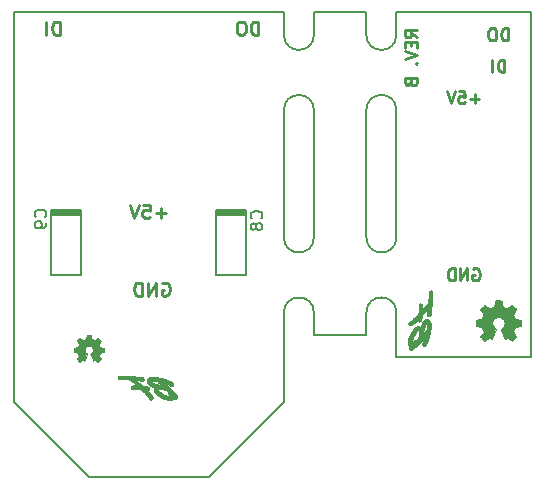
<source format=gbo>
G04 #@! TF.FileFunction,Legend,Bot*
%FSLAX46Y46*%
G04 Gerber Fmt 4.6, Leading zero omitted, Abs format (unit mm)*
G04 Created by KiCad (PCBNEW (2016-05-03 BZR 6266)-product) date Wed May 25 03:17:44 2016*
%MOMM*%
%LPD*%
G01*
G04 APERTURE LIST*
%ADD10C,0.350000*%
%ADD11C,0.150000*%
%ADD12C,0.285750*%
%ADD13C,0.254000*%
%ADD14C,0.002540*%
%ADD15C,0.050000*%
%ADD16C,0.180000*%
G04 APERTURE END LIST*
D10*
D11*
X140970000Y-83820000D02*
X140970000Y-81915000D01*
X140970000Y-100965000D02*
X140970000Y-90170000D01*
X140970000Y-107315000D02*
X140970000Y-111125000D01*
X133985000Y-109220000D02*
X138430000Y-109220000D01*
X133985000Y-81915000D02*
X138430000Y-81915000D01*
X140970000Y-90170000D02*
G75*
G03X138430000Y-90170000I-1270000J0D01*
G01*
X133985000Y-90170000D02*
G75*
G03X131445000Y-90170000I-1270000J0D01*
G01*
X140970000Y-107315000D02*
G75*
G03X138430000Y-107315000I-1270000J0D01*
G01*
X133985000Y-107315000D02*
G75*
G03X131445000Y-107315000I-1270000J0D01*
G01*
X131445000Y-100965000D02*
G75*
G03X133985000Y-100965000I1270000J0D01*
G01*
X138430000Y-100965000D02*
G75*
G03X140970000Y-100965000I1270000J0D01*
G01*
X138430000Y-83820000D02*
G75*
G03X140970000Y-83820000I1270000J0D01*
G01*
X131445000Y-83820000D02*
G75*
G03X133985000Y-83820000I1270000J0D01*
G01*
X138430000Y-109220000D02*
X138430000Y-107315000D01*
X133985000Y-107315000D02*
X133985000Y-109220000D01*
X131445000Y-107315000D02*
X131445000Y-114935000D01*
X138430000Y-90170000D02*
X138430000Y-100965000D01*
X133985000Y-100965000D02*
X133985000Y-90170000D01*
X131445000Y-90170000D02*
X131445000Y-100965000D01*
X133985000Y-81915000D02*
X133985000Y-83820000D01*
X138430000Y-83820000D02*
X138430000Y-81915000D01*
X131445000Y-81915000D02*
X131445000Y-83820000D01*
D12*
X121139857Y-104838500D02*
X121248714Y-104784071D01*
X121412000Y-104784071D01*
X121575285Y-104838500D01*
X121684143Y-104947357D01*
X121738571Y-105056214D01*
X121793000Y-105273929D01*
X121793000Y-105437214D01*
X121738571Y-105654929D01*
X121684143Y-105763786D01*
X121575285Y-105872643D01*
X121412000Y-105927071D01*
X121303143Y-105927071D01*
X121139857Y-105872643D01*
X121085428Y-105818214D01*
X121085428Y-105437214D01*
X121303143Y-105437214D01*
X120595571Y-105927071D02*
X120595571Y-104784071D01*
X119942428Y-105927071D01*
X119942428Y-104784071D01*
X119398142Y-105927071D02*
X119398142Y-104784071D01*
X119125999Y-104784071D01*
X118962714Y-104838500D01*
X118853856Y-104947357D01*
X118799428Y-105056214D01*
X118744999Y-105273929D01*
X118744999Y-105437214D01*
X118799428Y-105654929D01*
X118853856Y-105763786D01*
X118962714Y-105872643D01*
X119125999Y-105927071D01*
X119398142Y-105927071D01*
X121484571Y-98887643D02*
X120613714Y-98887643D01*
X121049143Y-99323071D02*
X121049143Y-98452214D01*
X119525142Y-98180071D02*
X120069428Y-98180071D01*
X120123857Y-98724357D01*
X120069428Y-98669929D01*
X119960571Y-98615500D01*
X119688428Y-98615500D01*
X119579571Y-98669929D01*
X119525142Y-98724357D01*
X119470714Y-98833214D01*
X119470714Y-99105357D01*
X119525142Y-99214214D01*
X119579571Y-99268643D01*
X119688428Y-99323071D01*
X119960571Y-99323071D01*
X120069428Y-99268643D01*
X120123857Y-99214214D01*
X119144143Y-98180071D02*
X118763143Y-99323071D01*
X118382143Y-98180071D01*
X129295071Y-83829071D02*
X129295071Y-82686071D01*
X129022928Y-82686071D01*
X128859643Y-82740500D01*
X128750785Y-82849357D01*
X128696357Y-82958214D01*
X128641928Y-83175929D01*
X128641928Y-83339214D01*
X128696357Y-83556929D01*
X128750785Y-83665786D01*
X128859643Y-83774643D01*
X129022928Y-83829071D01*
X129295071Y-83829071D01*
X127934357Y-82686071D02*
X127716643Y-82686071D01*
X127607785Y-82740500D01*
X127498928Y-82849357D01*
X127444500Y-83067071D01*
X127444500Y-83448071D01*
X127498928Y-83665786D01*
X127607785Y-83774643D01*
X127716643Y-83829071D01*
X127934357Y-83829071D01*
X128043214Y-83774643D01*
X128152071Y-83665786D01*
X128206500Y-83448071D01*
X128206500Y-83067071D01*
X128152071Y-82849357D01*
X128043214Y-82740500D01*
X127934357Y-82686071D01*
X112458500Y-83829071D02*
X112458500Y-82686071D01*
X112186357Y-82686071D01*
X112023072Y-82740500D01*
X111914214Y-82849357D01*
X111859786Y-82958214D01*
X111805357Y-83175929D01*
X111805357Y-83339214D01*
X111859786Y-83556929D01*
X111914214Y-83665786D01*
X112023072Y-83774643D01*
X112186357Y-83829071D01*
X112458500Y-83829071D01*
X111315500Y-83829071D02*
X111315500Y-82686071D01*
D11*
X108585000Y-81915000D02*
X131445000Y-81915000D01*
X108585000Y-114935000D02*
X108585000Y-81915000D01*
X125095000Y-121285000D02*
X114935000Y-121285000D01*
X131445000Y-114935000D02*
X125095000Y-121285000D01*
X108585000Y-114935000D02*
X114935000Y-121285000D01*
D13*
X142699619Y-84007476D02*
X142215810Y-83668810D01*
X142699619Y-83426905D02*
X141683619Y-83426905D01*
X141683619Y-83813952D01*
X141732000Y-83910714D01*
X141780381Y-83959095D01*
X141877143Y-84007476D01*
X142022286Y-84007476D01*
X142119048Y-83959095D01*
X142167429Y-83910714D01*
X142215810Y-83813952D01*
X142215810Y-83426905D01*
X142167429Y-84442905D02*
X142167429Y-84781571D01*
X142699619Y-84926714D02*
X142699619Y-84442905D01*
X141683619Y-84442905D01*
X141683619Y-84926714D01*
X141683619Y-85217000D02*
X142699619Y-85555667D01*
X141683619Y-85894333D01*
X142602857Y-86233000D02*
X142651238Y-86281381D01*
X142699619Y-86233000D01*
X142651238Y-86184619D01*
X142602857Y-86233000D01*
X142699619Y-86233000D01*
X142167429Y-87829571D02*
X142215810Y-87974714D01*
X142264190Y-88023095D01*
X142360952Y-88071476D01*
X142506095Y-88071476D01*
X142602857Y-88023095D01*
X142651238Y-87974714D01*
X142699619Y-87877952D01*
X142699619Y-87490905D01*
X141683619Y-87490905D01*
X141683619Y-87829571D01*
X141732000Y-87926333D01*
X141780381Y-87974714D01*
X141877143Y-88023095D01*
X141973905Y-88023095D01*
X142070667Y-87974714D01*
X142119048Y-87926333D01*
X142167429Y-87829571D01*
X142167429Y-87490905D01*
X150404285Y-84279619D02*
X150404285Y-83263619D01*
X150162380Y-83263619D01*
X150017238Y-83312000D01*
X149920476Y-83408762D01*
X149872095Y-83505524D01*
X149823714Y-83699048D01*
X149823714Y-83844190D01*
X149872095Y-84037714D01*
X149920476Y-84134476D01*
X150017238Y-84231238D01*
X150162380Y-84279619D01*
X150404285Y-84279619D01*
X149194761Y-83263619D02*
X149001238Y-83263619D01*
X148904476Y-83312000D01*
X148807714Y-83408762D01*
X148759333Y-83602286D01*
X148759333Y-83940952D01*
X148807714Y-84134476D01*
X148904476Y-84231238D01*
X149001238Y-84279619D01*
X149194761Y-84279619D01*
X149291523Y-84231238D01*
X149388285Y-84134476D01*
X149436666Y-83940952D01*
X149436666Y-83602286D01*
X149388285Y-83408762D01*
X149291523Y-83312000D01*
X149194761Y-83263619D01*
X150114000Y-86946619D02*
X150114000Y-85930619D01*
X149872095Y-85930619D01*
X149726953Y-85979000D01*
X149630191Y-86075762D01*
X149581810Y-86172524D01*
X149533429Y-86366048D01*
X149533429Y-86511190D01*
X149581810Y-86704714D01*
X149630191Y-86801476D01*
X149726953Y-86898238D01*
X149872095Y-86946619D01*
X150114000Y-86946619D01*
X149098000Y-86946619D02*
X149098000Y-85930619D01*
X147459095Y-103632000D02*
X147555857Y-103583619D01*
X147701000Y-103583619D01*
X147846142Y-103632000D01*
X147942904Y-103728762D01*
X147991285Y-103825524D01*
X148039666Y-104019048D01*
X148039666Y-104164190D01*
X147991285Y-104357714D01*
X147942904Y-104454476D01*
X147846142Y-104551238D01*
X147701000Y-104599619D01*
X147604238Y-104599619D01*
X147459095Y-104551238D01*
X147410714Y-104502857D01*
X147410714Y-104164190D01*
X147604238Y-104164190D01*
X146975285Y-104599619D02*
X146975285Y-103583619D01*
X146394714Y-104599619D01*
X146394714Y-103583619D01*
X145910904Y-104599619D02*
X145910904Y-103583619D01*
X145668999Y-103583619D01*
X145523857Y-103632000D01*
X145427095Y-103728762D01*
X145378714Y-103825524D01*
X145330333Y-104019048D01*
X145330333Y-104164190D01*
X145378714Y-104357714D01*
X145427095Y-104454476D01*
X145523857Y-104551238D01*
X145668999Y-104599619D01*
X145910904Y-104599619D01*
X147991285Y-89226571D02*
X147217190Y-89226571D01*
X147604238Y-89613619D02*
X147604238Y-88839524D01*
X146249571Y-88597619D02*
X146733380Y-88597619D01*
X146781761Y-89081429D01*
X146733380Y-89033048D01*
X146636618Y-88984667D01*
X146394714Y-88984667D01*
X146297952Y-89033048D01*
X146249571Y-89081429D01*
X146201190Y-89178190D01*
X146201190Y-89420095D01*
X146249571Y-89516857D01*
X146297952Y-89565238D01*
X146394714Y-89613619D01*
X146636618Y-89613619D01*
X146733380Y-89565238D01*
X146781761Y-89516857D01*
X145910904Y-88597619D02*
X145572237Y-89613619D01*
X145233571Y-88597619D01*
D11*
X152400000Y-81915000D02*
X140970000Y-81915000D01*
X152400000Y-111125000D02*
X152400000Y-81915000D01*
X140970000Y-111125000D02*
X152400000Y-111125000D01*
D14*
G36*
X115704620Y-111500920D02*
X115689380Y-111495840D01*
X115661440Y-111475520D01*
X115618260Y-111447580D01*
X115567460Y-111414560D01*
X115519200Y-111381540D01*
X115476020Y-111353600D01*
X115448080Y-111335820D01*
X115435380Y-111328200D01*
X115430300Y-111330740D01*
X115404900Y-111340900D01*
X115369340Y-111361220D01*
X115351560Y-111371380D01*
X115318540Y-111384080D01*
X115303300Y-111386620D01*
X115300760Y-111381540D01*
X115288060Y-111358680D01*
X115270280Y-111315500D01*
X115244880Y-111262160D01*
X115219480Y-111196120D01*
X115189000Y-111127540D01*
X115158520Y-111056420D01*
X115130580Y-110987840D01*
X115107720Y-110929420D01*
X115087400Y-110878620D01*
X115074700Y-110845600D01*
X115069620Y-110830360D01*
X115069620Y-110827820D01*
X115087400Y-110810040D01*
X115115340Y-110789720D01*
X115173760Y-110741460D01*
X115234720Y-110667800D01*
X115270280Y-110583980D01*
X115280440Y-110490000D01*
X115270280Y-110406180D01*
X115237260Y-110322360D01*
X115178840Y-110246160D01*
X115107720Y-110190280D01*
X115026440Y-110157260D01*
X114935000Y-110144560D01*
X114848640Y-110154720D01*
X114762280Y-110187740D01*
X114688620Y-110246160D01*
X114655600Y-110281720D01*
X114612420Y-110357920D01*
X114587020Y-110439200D01*
X114584480Y-110459520D01*
X114589560Y-110545880D01*
X114614960Y-110632240D01*
X114663220Y-110708440D01*
X114726720Y-110771940D01*
X114734340Y-110777020D01*
X114764820Y-110799880D01*
X114785140Y-110815120D01*
X114802920Y-110827820D01*
X114688620Y-111102140D01*
X114670840Y-111145320D01*
X114640360Y-111218980D01*
X114612420Y-111285020D01*
X114589560Y-111335820D01*
X114574320Y-111368840D01*
X114569240Y-111384080D01*
X114566700Y-111384080D01*
X114556540Y-111386620D01*
X114536220Y-111379000D01*
X114498120Y-111361220D01*
X114472720Y-111348520D01*
X114444780Y-111333280D01*
X114432080Y-111328200D01*
X114419380Y-111333280D01*
X114391440Y-111351060D01*
X114350800Y-111379000D01*
X114302540Y-111412020D01*
X114256820Y-111445040D01*
X114213640Y-111472980D01*
X114180620Y-111493300D01*
X114167920Y-111500920D01*
X114165380Y-111500920D01*
X114150140Y-111493300D01*
X114127280Y-111472980D01*
X114089180Y-111437420D01*
X114035840Y-111386620D01*
X114028220Y-111376460D01*
X113985040Y-111333280D01*
X113949480Y-111295180D01*
X113926620Y-111269780D01*
X113919000Y-111257080D01*
X113919000Y-111257080D01*
X113926620Y-111244380D01*
X113944400Y-111211360D01*
X113974880Y-111168180D01*
X114007900Y-111117380D01*
X114099340Y-110985300D01*
X114048540Y-110863380D01*
X114033300Y-110825280D01*
X114015520Y-110777020D01*
X114000280Y-110744000D01*
X113992660Y-110731300D01*
X113979960Y-110726220D01*
X113944400Y-110718600D01*
X113896140Y-110708440D01*
X113837720Y-110695740D01*
X113781840Y-110685580D01*
X113731040Y-110677960D01*
X113692940Y-110670340D01*
X113677700Y-110665260D01*
X113672620Y-110665260D01*
X113670080Y-110655100D01*
X113667540Y-110639860D01*
X113667540Y-110609380D01*
X113667540Y-110561120D01*
X113667540Y-110490000D01*
X113667540Y-110484920D01*
X113667540Y-110418880D01*
X113667540Y-110365540D01*
X113670080Y-110329980D01*
X113672620Y-110314740D01*
X113672620Y-110314740D01*
X113687860Y-110312200D01*
X113723420Y-110304580D01*
X113774220Y-110294420D01*
X113835180Y-110281720D01*
X113837720Y-110281720D01*
X113898680Y-110271560D01*
X113949480Y-110258860D01*
X113985040Y-110251240D01*
X114000280Y-110246160D01*
X114002820Y-110243620D01*
X114015520Y-110220760D01*
X114030760Y-110182660D01*
X114051080Y-110136940D01*
X114071400Y-110088680D01*
X114089180Y-110048040D01*
X114099340Y-110015020D01*
X114101880Y-110002320D01*
X114101880Y-109999780D01*
X114094260Y-109987080D01*
X114073940Y-109956600D01*
X114043460Y-109910880D01*
X114007900Y-109860080D01*
X114005360Y-109857540D01*
X113972340Y-109806740D01*
X113944400Y-109763560D01*
X113924080Y-109733080D01*
X113919000Y-109717840D01*
X113919000Y-109717840D01*
X113929160Y-109702600D01*
X113954560Y-109674660D01*
X113992660Y-109636560D01*
X114035840Y-109590840D01*
X114051080Y-109575600D01*
X114099340Y-109527340D01*
X114134900Y-109496860D01*
X114155220Y-109479080D01*
X114165380Y-109476540D01*
X114165380Y-109476540D01*
X114180620Y-109486700D01*
X114213640Y-109507020D01*
X114256820Y-109537500D01*
X114307620Y-109570520D01*
X114312700Y-109573060D01*
X114363500Y-109608620D01*
X114406680Y-109636560D01*
X114434620Y-109656880D01*
X114449860Y-109664500D01*
X114449860Y-109664500D01*
X114472720Y-109659420D01*
X114508280Y-109646720D01*
X114551460Y-109628940D01*
X114599720Y-109611160D01*
X114642900Y-109590840D01*
X114673380Y-109578140D01*
X114688620Y-109567980D01*
X114688620Y-109567980D01*
X114693700Y-109550200D01*
X114703860Y-109512100D01*
X114714020Y-109458760D01*
X114726720Y-109397800D01*
X114726720Y-109387640D01*
X114739420Y-109326680D01*
X114749580Y-109275880D01*
X114757200Y-109242860D01*
X114759740Y-109227620D01*
X114767360Y-109225080D01*
X114797840Y-109225080D01*
X114843560Y-109222540D01*
X114896900Y-109222540D01*
X114952780Y-109222540D01*
X115008660Y-109222540D01*
X115056920Y-109225080D01*
X115092480Y-109227620D01*
X115105180Y-109230160D01*
X115105180Y-109230160D01*
X115112800Y-109250480D01*
X115120420Y-109288580D01*
X115130580Y-109341920D01*
X115143280Y-109402880D01*
X115145820Y-109413040D01*
X115155980Y-109474000D01*
X115166140Y-109524800D01*
X115173760Y-109557820D01*
X115176300Y-109570520D01*
X115183920Y-109575600D01*
X115206780Y-109585760D01*
X115247420Y-109601000D01*
X115298220Y-109621320D01*
X115415060Y-109669580D01*
X115557300Y-109570520D01*
X115570000Y-109562900D01*
X115620800Y-109527340D01*
X115663980Y-109499400D01*
X115691920Y-109481620D01*
X115704620Y-109474000D01*
X115707160Y-109474000D01*
X115719860Y-109486700D01*
X115747800Y-109514640D01*
X115785900Y-109550200D01*
X115831620Y-109595920D01*
X115864640Y-109628940D01*
X115905280Y-109669580D01*
X115928140Y-109694980D01*
X115943380Y-109712760D01*
X115948460Y-109722920D01*
X115945920Y-109730540D01*
X115938300Y-109745780D01*
X115915440Y-109776260D01*
X115887500Y-109819440D01*
X115851940Y-109870240D01*
X115824000Y-109910880D01*
X115793520Y-109959140D01*
X115773200Y-109994700D01*
X115765580Y-110009940D01*
X115768120Y-110017560D01*
X115778280Y-110045500D01*
X115793520Y-110088680D01*
X115816380Y-110136940D01*
X115864640Y-110251240D01*
X115938300Y-110263940D01*
X115984020Y-110274100D01*
X116047520Y-110286800D01*
X116105940Y-110296960D01*
X116199920Y-110314740D01*
X116205000Y-110657640D01*
X116189760Y-110662720D01*
X116174520Y-110667800D01*
X116141500Y-110675420D01*
X116090700Y-110685580D01*
X116032280Y-110695740D01*
X115984020Y-110705900D01*
X115933220Y-110716060D01*
X115897660Y-110721140D01*
X115879880Y-110726220D01*
X115877340Y-110731300D01*
X115864640Y-110754160D01*
X115846860Y-110794800D01*
X115826540Y-110840520D01*
X115806220Y-110888780D01*
X115788440Y-110931960D01*
X115775740Y-110967520D01*
X115770660Y-110985300D01*
X115778280Y-110998000D01*
X115798600Y-111025940D01*
X115826540Y-111069120D01*
X115859560Y-111119920D01*
X115892580Y-111168180D01*
X115923060Y-111211360D01*
X115943380Y-111241840D01*
X115951000Y-111257080D01*
X115945920Y-111264700D01*
X115925600Y-111290100D01*
X115890040Y-111328200D01*
X115834160Y-111384080D01*
X115824000Y-111391700D01*
X115778280Y-111434880D01*
X115742720Y-111470440D01*
X115714780Y-111493300D01*
X115704620Y-111500920D01*
X115704620Y-111500920D01*
G37*
X115704620Y-111500920D02*
X115689380Y-111495840D01*
X115661440Y-111475520D01*
X115618260Y-111447580D01*
X115567460Y-111414560D01*
X115519200Y-111381540D01*
X115476020Y-111353600D01*
X115448080Y-111335820D01*
X115435380Y-111328200D01*
X115430300Y-111330740D01*
X115404900Y-111340900D01*
X115369340Y-111361220D01*
X115351560Y-111371380D01*
X115318540Y-111384080D01*
X115303300Y-111386620D01*
X115300760Y-111381540D01*
X115288060Y-111358680D01*
X115270280Y-111315500D01*
X115244880Y-111262160D01*
X115219480Y-111196120D01*
X115189000Y-111127540D01*
X115158520Y-111056420D01*
X115130580Y-110987840D01*
X115107720Y-110929420D01*
X115087400Y-110878620D01*
X115074700Y-110845600D01*
X115069620Y-110830360D01*
X115069620Y-110827820D01*
X115087400Y-110810040D01*
X115115340Y-110789720D01*
X115173760Y-110741460D01*
X115234720Y-110667800D01*
X115270280Y-110583980D01*
X115280440Y-110490000D01*
X115270280Y-110406180D01*
X115237260Y-110322360D01*
X115178840Y-110246160D01*
X115107720Y-110190280D01*
X115026440Y-110157260D01*
X114935000Y-110144560D01*
X114848640Y-110154720D01*
X114762280Y-110187740D01*
X114688620Y-110246160D01*
X114655600Y-110281720D01*
X114612420Y-110357920D01*
X114587020Y-110439200D01*
X114584480Y-110459520D01*
X114589560Y-110545880D01*
X114614960Y-110632240D01*
X114663220Y-110708440D01*
X114726720Y-110771940D01*
X114734340Y-110777020D01*
X114764820Y-110799880D01*
X114785140Y-110815120D01*
X114802920Y-110827820D01*
X114688620Y-111102140D01*
X114670840Y-111145320D01*
X114640360Y-111218980D01*
X114612420Y-111285020D01*
X114589560Y-111335820D01*
X114574320Y-111368840D01*
X114569240Y-111384080D01*
X114566700Y-111384080D01*
X114556540Y-111386620D01*
X114536220Y-111379000D01*
X114498120Y-111361220D01*
X114472720Y-111348520D01*
X114444780Y-111333280D01*
X114432080Y-111328200D01*
X114419380Y-111333280D01*
X114391440Y-111351060D01*
X114350800Y-111379000D01*
X114302540Y-111412020D01*
X114256820Y-111445040D01*
X114213640Y-111472980D01*
X114180620Y-111493300D01*
X114167920Y-111500920D01*
X114165380Y-111500920D01*
X114150140Y-111493300D01*
X114127280Y-111472980D01*
X114089180Y-111437420D01*
X114035840Y-111386620D01*
X114028220Y-111376460D01*
X113985040Y-111333280D01*
X113949480Y-111295180D01*
X113926620Y-111269780D01*
X113919000Y-111257080D01*
X113919000Y-111257080D01*
X113926620Y-111244380D01*
X113944400Y-111211360D01*
X113974880Y-111168180D01*
X114007900Y-111117380D01*
X114099340Y-110985300D01*
X114048540Y-110863380D01*
X114033300Y-110825280D01*
X114015520Y-110777020D01*
X114000280Y-110744000D01*
X113992660Y-110731300D01*
X113979960Y-110726220D01*
X113944400Y-110718600D01*
X113896140Y-110708440D01*
X113837720Y-110695740D01*
X113781840Y-110685580D01*
X113731040Y-110677960D01*
X113692940Y-110670340D01*
X113677700Y-110665260D01*
X113672620Y-110665260D01*
X113670080Y-110655100D01*
X113667540Y-110639860D01*
X113667540Y-110609380D01*
X113667540Y-110561120D01*
X113667540Y-110490000D01*
X113667540Y-110484920D01*
X113667540Y-110418880D01*
X113667540Y-110365540D01*
X113670080Y-110329980D01*
X113672620Y-110314740D01*
X113672620Y-110314740D01*
X113687860Y-110312200D01*
X113723420Y-110304580D01*
X113774220Y-110294420D01*
X113835180Y-110281720D01*
X113837720Y-110281720D01*
X113898680Y-110271560D01*
X113949480Y-110258860D01*
X113985040Y-110251240D01*
X114000280Y-110246160D01*
X114002820Y-110243620D01*
X114015520Y-110220760D01*
X114030760Y-110182660D01*
X114051080Y-110136940D01*
X114071400Y-110088680D01*
X114089180Y-110048040D01*
X114099340Y-110015020D01*
X114101880Y-110002320D01*
X114101880Y-109999780D01*
X114094260Y-109987080D01*
X114073940Y-109956600D01*
X114043460Y-109910880D01*
X114007900Y-109860080D01*
X114005360Y-109857540D01*
X113972340Y-109806740D01*
X113944400Y-109763560D01*
X113924080Y-109733080D01*
X113919000Y-109717840D01*
X113919000Y-109717840D01*
X113929160Y-109702600D01*
X113954560Y-109674660D01*
X113992660Y-109636560D01*
X114035840Y-109590840D01*
X114051080Y-109575600D01*
X114099340Y-109527340D01*
X114134900Y-109496860D01*
X114155220Y-109479080D01*
X114165380Y-109476540D01*
X114165380Y-109476540D01*
X114180620Y-109486700D01*
X114213640Y-109507020D01*
X114256820Y-109537500D01*
X114307620Y-109570520D01*
X114312700Y-109573060D01*
X114363500Y-109608620D01*
X114406680Y-109636560D01*
X114434620Y-109656880D01*
X114449860Y-109664500D01*
X114449860Y-109664500D01*
X114472720Y-109659420D01*
X114508280Y-109646720D01*
X114551460Y-109628940D01*
X114599720Y-109611160D01*
X114642900Y-109590840D01*
X114673380Y-109578140D01*
X114688620Y-109567980D01*
X114688620Y-109567980D01*
X114693700Y-109550200D01*
X114703860Y-109512100D01*
X114714020Y-109458760D01*
X114726720Y-109397800D01*
X114726720Y-109387640D01*
X114739420Y-109326680D01*
X114749580Y-109275880D01*
X114757200Y-109242860D01*
X114759740Y-109227620D01*
X114767360Y-109225080D01*
X114797840Y-109225080D01*
X114843560Y-109222540D01*
X114896900Y-109222540D01*
X114952780Y-109222540D01*
X115008660Y-109222540D01*
X115056920Y-109225080D01*
X115092480Y-109227620D01*
X115105180Y-109230160D01*
X115105180Y-109230160D01*
X115112800Y-109250480D01*
X115120420Y-109288580D01*
X115130580Y-109341920D01*
X115143280Y-109402880D01*
X115145820Y-109413040D01*
X115155980Y-109474000D01*
X115166140Y-109524800D01*
X115173760Y-109557820D01*
X115176300Y-109570520D01*
X115183920Y-109575600D01*
X115206780Y-109585760D01*
X115247420Y-109601000D01*
X115298220Y-109621320D01*
X115415060Y-109669580D01*
X115557300Y-109570520D01*
X115570000Y-109562900D01*
X115620800Y-109527340D01*
X115663980Y-109499400D01*
X115691920Y-109481620D01*
X115704620Y-109474000D01*
X115707160Y-109474000D01*
X115719860Y-109486700D01*
X115747800Y-109514640D01*
X115785900Y-109550200D01*
X115831620Y-109595920D01*
X115864640Y-109628940D01*
X115905280Y-109669580D01*
X115928140Y-109694980D01*
X115943380Y-109712760D01*
X115948460Y-109722920D01*
X115945920Y-109730540D01*
X115938300Y-109745780D01*
X115915440Y-109776260D01*
X115887500Y-109819440D01*
X115851940Y-109870240D01*
X115824000Y-109910880D01*
X115793520Y-109959140D01*
X115773200Y-109994700D01*
X115765580Y-110009940D01*
X115768120Y-110017560D01*
X115778280Y-110045500D01*
X115793520Y-110088680D01*
X115816380Y-110136940D01*
X115864640Y-110251240D01*
X115938300Y-110263940D01*
X115984020Y-110274100D01*
X116047520Y-110286800D01*
X116105940Y-110296960D01*
X116199920Y-110314740D01*
X116205000Y-110657640D01*
X116189760Y-110662720D01*
X116174520Y-110667800D01*
X116141500Y-110675420D01*
X116090700Y-110685580D01*
X116032280Y-110695740D01*
X115984020Y-110705900D01*
X115933220Y-110716060D01*
X115897660Y-110721140D01*
X115879880Y-110726220D01*
X115877340Y-110731300D01*
X115864640Y-110754160D01*
X115846860Y-110794800D01*
X115826540Y-110840520D01*
X115806220Y-110888780D01*
X115788440Y-110931960D01*
X115775740Y-110967520D01*
X115770660Y-110985300D01*
X115778280Y-110998000D01*
X115798600Y-111025940D01*
X115826540Y-111069120D01*
X115859560Y-111119920D01*
X115892580Y-111168180D01*
X115923060Y-111211360D01*
X115943380Y-111241840D01*
X115951000Y-111257080D01*
X115945920Y-111264700D01*
X115925600Y-111290100D01*
X115890040Y-111328200D01*
X115834160Y-111384080D01*
X115824000Y-111391700D01*
X115778280Y-111434880D01*
X115742720Y-111470440D01*
X115714780Y-111493300D01*
X115704620Y-111500920D01*
D15*
G36*
X119813960Y-113139621D02*
X119817227Y-113202702D01*
X119829312Y-113257055D01*
X119834516Y-113270139D01*
X119872324Y-113330455D01*
X119930202Y-113390196D01*
X120007052Y-113448658D01*
X120095293Y-113501271D01*
X120095293Y-113117752D01*
X120121292Y-113103350D01*
X120155345Y-113092208D01*
X120207147Y-113085530D01*
X120273777Y-113083220D01*
X120352317Y-113085180D01*
X120439846Y-113091313D01*
X120533444Y-113101522D01*
X120630190Y-113115709D01*
X120663230Y-113121412D01*
X120707329Y-113129635D01*
X120734600Y-113136305D01*
X120749082Y-113143422D01*
X120754814Y-113152984D01*
X120755834Y-113166990D01*
X120755834Y-113167255D01*
X120757774Y-113185082D01*
X120764956Y-113203222D01*
X120779426Y-113223999D01*
X120803227Y-113249734D01*
X120838403Y-113282749D01*
X120886999Y-113325366D01*
X120919482Y-113353140D01*
X120961840Y-113389364D01*
X120997820Y-113420514D01*
X121024635Y-113444149D01*
X121039501Y-113457825D01*
X121041584Y-113460185D01*
X121035407Y-113461244D01*
X121015857Y-113458377D01*
X120981404Y-113451254D01*
X120930517Y-113439545D01*
X120861667Y-113422918D01*
X120808750Y-113409862D01*
X120681707Y-113376206D01*
X120561312Y-113340158D01*
X120449873Y-113302607D01*
X120349696Y-113264443D01*
X120263087Y-113226556D01*
X120192352Y-113189836D01*
X120139797Y-113155172D01*
X120131876Y-113148738D01*
X120095293Y-113117752D01*
X120095293Y-113501271D01*
X120101776Y-113505137D01*
X120213279Y-113558931D01*
X120340463Y-113609336D01*
X120390709Y-113626795D01*
X120430992Y-113640314D01*
X120464048Y-113651422D01*
X120484346Y-113658259D01*
X120487255Y-113659246D01*
X120489286Y-113670402D01*
X120480546Y-113697240D01*
X120463442Y-113734215D01*
X120443719Y-113776647D01*
X120432868Y-113811495D01*
X120428405Y-113849037D01*
X120427750Y-113881810D01*
X120433041Y-113945170D01*
X120450015Y-114005242D01*
X120480326Y-114065113D01*
X120525626Y-114127871D01*
X120587571Y-114196605D01*
X120606604Y-114215833D01*
X120716179Y-114312720D01*
X120734667Y-114325988D01*
X120734667Y-113863098D01*
X120744693Y-113845399D01*
X120772583Y-113829288D01*
X120815052Y-113815436D01*
X120868818Y-113804517D01*
X120930597Y-113797202D01*
X120997106Y-113794165D01*
X121062750Y-113795922D01*
X121217656Y-113813033D01*
X121375084Y-113843531D01*
X121402600Y-113850254D01*
X121436876Y-113860111D01*
X121464935Y-113872165D01*
X121492424Y-113889888D01*
X121524986Y-113916748D01*
X121554965Y-113943900D01*
X121637356Y-114019879D01*
X121619928Y-114053580D01*
X121605565Y-114097595D01*
X121603232Y-114145097D01*
X121612704Y-114187933D01*
X121624235Y-114208359D01*
X121649246Y-114229434D01*
X121683297Y-114245911D01*
X121690381Y-114248088D01*
X121752784Y-114265880D01*
X121799266Y-114281322D01*
X121834640Y-114296326D01*
X121863719Y-114312803D01*
X121877887Y-114322542D01*
X121901449Y-114341742D01*
X121914307Y-114356524D01*
X121914957Y-114361633D01*
X121897775Y-114370534D01*
X121866898Y-114379959D01*
X121829675Y-114388145D01*
X121793454Y-114393326D01*
X121779325Y-114394210D01*
X121748891Y-114392534D01*
X121706655Y-114387144D01*
X121661419Y-114379179D01*
X121658550Y-114378593D01*
X121557537Y-114352468D01*
X121445574Y-114314312D01*
X121327453Y-114266240D01*
X121207969Y-114210365D01*
X121091916Y-114148804D01*
X120984088Y-114083671D01*
X120971781Y-114075617D01*
X120918087Y-114038197D01*
X120866359Y-113998608D01*
X120819461Y-113959417D01*
X120780255Y-113923192D01*
X120751607Y-113892497D01*
X120736378Y-113869901D01*
X120734667Y-113863098D01*
X120734667Y-114325988D01*
X120842978Y-114403723D01*
X120983453Y-114487044D01*
X121134061Y-114560884D01*
X121291254Y-114623444D01*
X121451488Y-114672926D01*
X121555588Y-114697224D01*
X121636828Y-114710782D01*
X121719281Y-114719361D01*
X121798110Y-114722822D01*
X121868480Y-114721025D01*
X121925554Y-114713830D01*
X121946459Y-114708529D01*
X122004611Y-114686023D01*
X122059564Y-114654943D01*
X122102958Y-114623960D01*
X122151151Y-114587174D01*
X122191680Y-114608319D01*
X122243870Y-114624997D01*
X122295457Y-114622970D01*
X122342995Y-114604507D01*
X122383041Y-114571878D01*
X122412151Y-114527353D01*
X122426880Y-114473202D01*
X122428000Y-114452582D01*
X122425909Y-114414267D01*
X122420596Y-114380160D01*
X122417068Y-114367873D01*
X122402033Y-114341391D01*
X122372851Y-114302205D01*
X122331037Y-114251853D01*
X122278101Y-114191874D01*
X122215557Y-114123805D01*
X122144918Y-114049185D01*
X122067695Y-113969552D01*
X121985401Y-113886443D01*
X121899549Y-113801399D01*
X121811651Y-113715956D01*
X121723220Y-113631652D01*
X121635768Y-113550027D01*
X121550808Y-113472617D01*
X121469851Y-113400963D01*
X121446162Y-113380466D01*
X121411308Y-113350179D01*
X121383834Y-113325712D01*
X121366806Y-113309836D01*
X121362837Y-113305166D01*
X121373825Y-113308410D01*
X121401114Y-113317321D01*
X121440992Y-113330663D01*
X121489751Y-113347204D01*
X121508191Y-113353508D01*
X121620461Y-113394052D01*
X121711862Y-113431625D01*
X121782369Y-113466213D01*
X121831955Y-113497806D01*
X121841974Y-113506014D01*
X121885313Y-113531517D01*
X121932534Y-113538521D01*
X121979355Y-113528060D01*
X122021495Y-113501163D01*
X122054672Y-113458863D01*
X122057157Y-113454170D01*
X122075085Y-113397230D01*
X122073346Y-113339038D01*
X122052752Y-113283691D01*
X122014117Y-113235282D01*
X122013635Y-113234840D01*
X121983276Y-113212831D01*
X121935780Y-113185667D01*
X121874161Y-113154662D01*
X121801436Y-113121132D01*
X121720620Y-113086391D01*
X121634729Y-113051756D01*
X121546778Y-113018540D01*
X121459783Y-112988059D01*
X121412000Y-112972482D01*
X121290990Y-112936365D01*
X121163965Y-112902359D01*
X121033616Y-112870927D01*
X120902633Y-112842535D01*
X120773707Y-112817643D01*
X120649528Y-112796717D01*
X120532787Y-112780219D01*
X120426175Y-112768613D01*
X120332382Y-112762361D01*
X120254099Y-112761928D01*
X120209457Y-112765400D01*
X120109042Y-112786482D01*
X120020321Y-112821789D01*
X119945024Y-112870146D01*
X119884885Y-112930379D01*
X119841637Y-113001315D01*
X119833950Y-113019839D01*
X119819528Y-113075953D01*
X119813960Y-113139621D01*
X119813960Y-113139621D01*
X119813960Y-113139621D01*
G37*
X119813960Y-113139621D02*
X119817227Y-113202702D01*
X119829312Y-113257055D01*
X119834516Y-113270139D01*
X119872324Y-113330455D01*
X119930202Y-113390196D01*
X120007052Y-113448658D01*
X120095293Y-113501271D01*
X120095293Y-113117752D01*
X120121292Y-113103350D01*
X120155345Y-113092208D01*
X120207147Y-113085530D01*
X120273777Y-113083220D01*
X120352317Y-113085180D01*
X120439846Y-113091313D01*
X120533444Y-113101522D01*
X120630190Y-113115709D01*
X120663230Y-113121412D01*
X120707329Y-113129635D01*
X120734600Y-113136305D01*
X120749082Y-113143422D01*
X120754814Y-113152984D01*
X120755834Y-113166990D01*
X120755834Y-113167255D01*
X120757774Y-113185082D01*
X120764956Y-113203222D01*
X120779426Y-113223999D01*
X120803227Y-113249734D01*
X120838403Y-113282749D01*
X120886999Y-113325366D01*
X120919482Y-113353140D01*
X120961840Y-113389364D01*
X120997820Y-113420514D01*
X121024635Y-113444149D01*
X121039501Y-113457825D01*
X121041584Y-113460185D01*
X121035407Y-113461244D01*
X121015857Y-113458377D01*
X120981404Y-113451254D01*
X120930517Y-113439545D01*
X120861667Y-113422918D01*
X120808750Y-113409862D01*
X120681707Y-113376206D01*
X120561312Y-113340158D01*
X120449873Y-113302607D01*
X120349696Y-113264443D01*
X120263087Y-113226556D01*
X120192352Y-113189836D01*
X120139797Y-113155172D01*
X120131876Y-113148738D01*
X120095293Y-113117752D01*
X120095293Y-113501271D01*
X120101776Y-113505137D01*
X120213279Y-113558931D01*
X120340463Y-113609336D01*
X120390709Y-113626795D01*
X120430992Y-113640314D01*
X120464048Y-113651422D01*
X120484346Y-113658259D01*
X120487255Y-113659246D01*
X120489286Y-113670402D01*
X120480546Y-113697240D01*
X120463442Y-113734215D01*
X120443719Y-113776647D01*
X120432868Y-113811495D01*
X120428405Y-113849037D01*
X120427750Y-113881810D01*
X120433041Y-113945170D01*
X120450015Y-114005242D01*
X120480326Y-114065113D01*
X120525626Y-114127871D01*
X120587571Y-114196605D01*
X120606604Y-114215833D01*
X120716179Y-114312720D01*
X120734667Y-114325988D01*
X120734667Y-113863098D01*
X120744693Y-113845399D01*
X120772583Y-113829288D01*
X120815052Y-113815436D01*
X120868818Y-113804517D01*
X120930597Y-113797202D01*
X120997106Y-113794165D01*
X121062750Y-113795922D01*
X121217656Y-113813033D01*
X121375084Y-113843531D01*
X121402600Y-113850254D01*
X121436876Y-113860111D01*
X121464935Y-113872165D01*
X121492424Y-113889888D01*
X121524986Y-113916748D01*
X121554965Y-113943900D01*
X121637356Y-114019879D01*
X121619928Y-114053580D01*
X121605565Y-114097595D01*
X121603232Y-114145097D01*
X121612704Y-114187933D01*
X121624235Y-114208359D01*
X121649246Y-114229434D01*
X121683297Y-114245911D01*
X121690381Y-114248088D01*
X121752784Y-114265880D01*
X121799266Y-114281322D01*
X121834640Y-114296326D01*
X121863719Y-114312803D01*
X121877887Y-114322542D01*
X121901449Y-114341742D01*
X121914307Y-114356524D01*
X121914957Y-114361633D01*
X121897775Y-114370534D01*
X121866898Y-114379959D01*
X121829675Y-114388145D01*
X121793454Y-114393326D01*
X121779325Y-114394210D01*
X121748891Y-114392534D01*
X121706655Y-114387144D01*
X121661419Y-114379179D01*
X121658550Y-114378593D01*
X121557537Y-114352468D01*
X121445574Y-114314312D01*
X121327453Y-114266240D01*
X121207969Y-114210365D01*
X121091916Y-114148804D01*
X120984088Y-114083671D01*
X120971781Y-114075617D01*
X120918087Y-114038197D01*
X120866359Y-113998608D01*
X120819461Y-113959417D01*
X120780255Y-113923192D01*
X120751607Y-113892497D01*
X120736378Y-113869901D01*
X120734667Y-113863098D01*
X120734667Y-114325988D01*
X120842978Y-114403723D01*
X120983453Y-114487044D01*
X121134061Y-114560884D01*
X121291254Y-114623444D01*
X121451488Y-114672926D01*
X121555588Y-114697224D01*
X121636828Y-114710782D01*
X121719281Y-114719361D01*
X121798110Y-114722822D01*
X121868480Y-114721025D01*
X121925554Y-114713830D01*
X121946459Y-114708529D01*
X122004611Y-114686023D01*
X122059564Y-114654943D01*
X122102958Y-114623960D01*
X122151151Y-114587174D01*
X122191680Y-114608319D01*
X122243870Y-114624997D01*
X122295457Y-114622970D01*
X122342995Y-114604507D01*
X122383041Y-114571878D01*
X122412151Y-114527353D01*
X122426880Y-114473202D01*
X122428000Y-114452582D01*
X122425909Y-114414267D01*
X122420596Y-114380160D01*
X122417068Y-114367873D01*
X122402033Y-114341391D01*
X122372851Y-114302205D01*
X122331037Y-114251853D01*
X122278101Y-114191874D01*
X122215557Y-114123805D01*
X122144918Y-114049185D01*
X122067695Y-113969552D01*
X121985401Y-113886443D01*
X121899549Y-113801399D01*
X121811651Y-113715956D01*
X121723220Y-113631652D01*
X121635768Y-113550027D01*
X121550808Y-113472617D01*
X121469851Y-113400963D01*
X121446162Y-113380466D01*
X121411308Y-113350179D01*
X121383834Y-113325712D01*
X121366806Y-113309836D01*
X121362837Y-113305166D01*
X121373825Y-113308410D01*
X121401114Y-113317321D01*
X121440992Y-113330663D01*
X121489751Y-113347204D01*
X121508191Y-113353508D01*
X121620461Y-113394052D01*
X121711862Y-113431625D01*
X121782369Y-113466213D01*
X121831955Y-113497806D01*
X121841974Y-113506014D01*
X121885313Y-113531517D01*
X121932534Y-113538521D01*
X121979355Y-113528060D01*
X122021495Y-113501163D01*
X122054672Y-113458863D01*
X122057157Y-113454170D01*
X122075085Y-113397230D01*
X122073346Y-113339038D01*
X122052752Y-113283691D01*
X122014117Y-113235282D01*
X122013635Y-113234840D01*
X121983276Y-113212831D01*
X121935780Y-113185667D01*
X121874161Y-113154662D01*
X121801436Y-113121132D01*
X121720620Y-113086391D01*
X121634729Y-113051756D01*
X121546778Y-113018540D01*
X121459783Y-112988059D01*
X121412000Y-112972482D01*
X121290990Y-112936365D01*
X121163965Y-112902359D01*
X121033616Y-112870927D01*
X120902633Y-112842535D01*
X120773707Y-112817643D01*
X120649528Y-112796717D01*
X120532787Y-112780219D01*
X120426175Y-112768613D01*
X120332382Y-112762361D01*
X120254099Y-112761928D01*
X120209457Y-112765400D01*
X120109042Y-112786482D01*
X120020321Y-112821789D01*
X119945024Y-112870146D01*
X119884885Y-112930379D01*
X119841637Y-113001315D01*
X119833950Y-113019839D01*
X119819528Y-113075953D01*
X119813960Y-113139621D01*
X119813960Y-113139621D01*
G36*
X117390417Y-112783697D02*
X117396952Y-112831163D01*
X117414692Y-112877653D01*
X117442575Y-112917663D01*
X117458521Y-112932383D01*
X117470724Y-112940181D01*
X117486982Y-112946114D01*
X117510647Y-112950632D01*
X117545067Y-112954185D01*
X117593591Y-112957224D01*
X117659568Y-112960199D01*
X117667837Y-112960533D01*
X117733783Y-112963385D01*
X117814718Y-112967201D01*
X117904507Y-112971674D01*
X117997011Y-112976494D01*
X118086092Y-112981355D01*
X118115292Y-112983006D01*
X118188426Y-112987161D01*
X118254837Y-112990884D01*
X118311511Y-112994011D01*
X118355437Y-112996376D01*
X118383602Y-112997816D01*
X118392703Y-112998190D01*
X118405540Y-113004651D01*
X118430669Y-113022146D01*
X118464324Y-113047917D01*
X118498536Y-113075694D01*
X118529928Y-113102403D01*
X118570680Y-113137924D01*
X118618372Y-113180065D01*
X118670584Y-113226633D01*
X118724895Y-113275436D01*
X118778886Y-113324282D01*
X118830136Y-113370977D01*
X118876226Y-113413330D01*
X118914735Y-113449147D01*
X118943243Y-113476237D01*
X118959331Y-113492406D01*
X118961795Y-113495401D01*
X118954264Y-113498848D01*
X118928033Y-113500664D01*
X118885511Y-113500791D01*
X118829108Y-113499170D01*
X118821517Y-113498855D01*
X118748715Y-113496711D01*
X118692906Y-113497843D01*
X118650068Y-113502992D01*
X118616181Y-113512897D01*
X118587221Y-113528300D01*
X118563309Y-113546409D01*
X118529465Y-113584304D01*
X118505514Y-113629829D01*
X118493330Y-113677093D01*
X118494785Y-113720200D01*
X118501898Y-113739669D01*
X118509808Y-113752349D01*
X118520043Y-113762693D01*
X118534746Y-113770987D01*
X118556055Y-113777514D01*
X118586114Y-113782559D01*
X118627063Y-113786405D01*
X118681044Y-113789337D01*
X118750198Y-113791639D01*
X118836665Y-113793594D01*
X118919625Y-113795099D01*
X119004671Y-113796841D01*
X119083847Y-113799007D01*
X119154431Y-113801481D01*
X119213700Y-113804147D01*
X119258932Y-113806888D01*
X119287404Y-113809587D01*
X119295433Y-113811184D01*
X119312067Y-113822132D01*
X119341191Y-113846215D01*
X119380616Y-113881321D01*
X119428153Y-113925334D01*
X119481613Y-113976141D01*
X119538807Y-114031628D01*
X119597545Y-114089681D01*
X119655638Y-114148185D01*
X119710898Y-114205028D01*
X119761136Y-114258095D01*
X119784653Y-114283612D01*
X119869443Y-114379306D01*
X119939066Y-114463843D01*
X119995006Y-114539134D01*
X120038748Y-114607090D01*
X120046462Y-114620499D01*
X120080118Y-114670198D01*
X120114992Y-114699805D01*
X120153434Y-114710366D01*
X120197793Y-114702924D01*
X120216008Y-114695890D01*
X120269713Y-114663002D01*
X120310817Y-114615127D01*
X120324095Y-114591858D01*
X120337717Y-114552776D01*
X120339155Y-114510114D01*
X120327675Y-114461837D01*
X120302543Y-114405905D01*
X120263023Y-114340280D01*
X120208382Y-114262926D01*
X120202807Y-114255466D01*
X120172438Y-114215336D01*
X120145505Y-114180850D01*
X120118861Y-114148328D01*
X120089356Y-114114093D01*
X120053841Y-114074464D01*
X120009168Y-114025765D01*
X119970000Y-113983487D01*
X119897216Y-113905099D01*
X119935042Y-113892095D01*
X119973522Y-113875551D01*
X119997097Y-113854727D01*
X120011932Y-113823344D01*
X120015925Y-113809732D01*
X120022273Y-113760810D01*
X120017575Y-113710115D01*
X120003529Y-113663199D01*
X119981833Y-113625616D01*
X119954186Y-113602918D01*
X119952467Y-113602188D01*
X119933360Y-113597049D01*
X119897202Y-113589566D01*
X119847895Y-113580401D01*
X119789341Y-113570215D01*
X119725441Y-113559669D01*
X119660096Y-113549425D01*
X119597209Y-113540144D01*
X119543019Y-113532786D01*
X119526789Y-113530225D01*
X119511450Y-113525960D01*
X119494887Y-113518439D01*
X119474985Y-113506112D01*
X119449628Y-113487427D01*
X119416703Y-113460833D01*
X119374093Y-113424777D01*
X119319684Y-113377710D01*
X119256895Y-113322917D01*
X119195027Y-113268870D01*
X119136062Y-113217421D01*
X119082538Y-113170780D01*
X119036994Y-113131157D01*
X119001966Y-113100762D01*
X118979994Y-113081804D01*
X118978201Y-113080270D01*
X118955420Y-113059287D01*
X118943263Y-113044902D01*
X118943578Y-113040583D01*
X118957392Y-113041655D01*
X118988789Y-113044640D01*
X119034308Y-113049192D01*
X119090485Y-113054964D01*
X119153859Y-113061610D01*
X119158510Y-113062102D01*
X119240385Y-113071518D01*
X119305267Y-113080561D01*
X119351915Y-113089028D01*
X119379090Y-113096715D01*
X119383716Y-113099144D01*
X119407524Y-113107944D01*
X119443711Y-113113329D01*
X119483686Y-113114783D01*
X119518861Y-113111793D01*
X119532985Y-113108092D01*
X119555329Y-113089060D01*
X119571086Y-113055002D01*
X119579631Y-113011203D01*
X119580338Y-112962949D01*
X119572581Y-112915522D01*
X119559781Y-112881566D01*
X119540726Y-112851492D01*
X119519476Y-112827963D01*
X119513926Y-112823722D01*
X119491379Y-112815168D01*
X119449533Y-112805719D01*
X119390229Y-112795547D01*
X119315309Y-112784825D01*
X119226615Y-112773725D01*
X119125986Y-112762420D01*
X119015265Y-112751082D01*
X118896293Y-112739883D01*
X118770911Y-112728996D01*
X118640959Y-112718594D01*
X118508280Y-112708848D01*
X118374715Y-112699931D01*
X118242104Y-112692016D01*
X118112289Y-112685274D01*
X117987111Y-112679879D01*
X117971556Y-112679296D01*
X117845856Y-112675153D01*
X117739680Y-112672789D01*
X117651455Y-112672286D01*
X117579605Y-112673724D01*
X117522557Y-112677183D01*
X117478736Y-112682746D01*
X117446569Y-112690491D01*
X117424482Y-112700501D01*
X117415204Y-112707833D01*
X117396147Y-112740753D01*
X117390417Y-112783697D01*
X117390417Y-112783697D01*
X117390417Y-112783697D01*
G37*
X117390417Y-112783697D02*
X117396952Y-112831163D01*
X117414692Y-112877653D01*
X117442575Y-112917663D01*
X117458521Y-112932383D01*
X117470724Y-112940181D01*
X117486982Y-112946114D01*
X117510647Y-112950632D01*
X117545067Y-112954185D01*
X117593591Y-112957224D01*
X117659568Y-112960199D01*
X117667837Y-112960533D01*
X117733783Y-112963385D01*
X117814718Y-112967201D01*
X117904507Y-112971674D01*
X117997011Y-112976494D01*
X118086092Y-112981355D01*
X118115292Y-112983006D01*
X118188426Y-112987161D01*
X118254837Y-112990884D01*
X118311511Y-112994011D01*
X118355437Y-112996376D01*
X118383602Y-112997816D01*
X118392703Y-112998190D01*
X118405540Y-113004651D01*
X118430669Y-113022146D01*
X118464324Y-113047917D01*
X118498536Y-113075694D01*
X118529928Y-113102403D01*
X118570680Y-113137924D01*
X118618372Y-113180065D01*
X118670584Y-113226633D01*
X118724895Y-113275436D01*
X118778886Y-113324282D01*
X118830136Y-113370977D01*
X118876226Y-113413330D01*
X118914735Y-113449147D01*
X118943243Y-113476237D01*
X118959331Y-113492406D01*
X118961795Y-113495401D01*
X118954264Y-113498848D01*
X118928033Y-113500664D01*
X118885511Y-113500791D01*
X118829108Y-113499170D01*
X118821517Y-113498855D01*
X118748715Y-113496711D01*
X118692906Y-113497843D01*
X118650068Y-113502992D01*
X118616181Y-113512897D01*
X118587221Y-113528300D01*
X118563309Y-113546409D01*
X118529465Y-113584304D01*
X118505514Y-113629829D01*
X118493330Y-113677093D01*
X118494785Y-113720200D01*
X118501898Y-113739669D01*
X118509808Y-113752349D01*
X118520043Y-113762693D01*
X118534746Y-113770987D01*
X118556055Y-113777514D01*
X118586114Y-113782559D01*
X118627063Y-113786405D01*
X118681044Y-113789337D01*
X118750198Y-113791639D01*
X118836665Y-113793594D01*
X118919625Y-113795099D01*
X119004671Y-113796841D01*
X119083847Y-113799007D01*
X119154431Y-113801481D01*
X119213700Y-113804147D01*
X119258932Y-113806888D01*
X119287404Y-113809587D01*
X119295433Y-113811184D01*
X119312067Y-113822132D01*
X119341191Y-113846215D01*
X119380616Y-113881321D01*
X119428153Y-113925334D01*
X119481613Y-113976141D01*
X119538807Y-114031628D01*
X119597545Y-114089681D01*
X119655638Y-114148185D01*
X119710898Y-114205028D01*
X119761136Y-114258095D01*
X119784653Y-114283612D01*
X119869443Y-114379306D01*
X119939066Y-114463843D01*
X119995006Y-114539134D01*
X120038748Y-114607090D01*
X120046462Y-114620499D01*
X120080118Y-114670198D01*
X120114992Y-114699805D01*
X120153434Y-114710366D01*
X120197793Y-114702924D01*
X120216008Y-114695890D01*
X120269713Y-114663002D01*
X120310817Y-114615127D01*
X120324095Y-114591858D01*
X120337717Y-114552776D01*
X120339155Y-114510114D01*
X120327675Y-114461837D01*
X120302543Y-114405905D01*
X120263023Y-114340280D01*
X120208382Y-114262926D01*
X120202807Y-114255466D01*
X120172438Y-114215336D01*
X120145505Y-114180850D01*
X120118861Y-114148328D01*
X120089356Y-114114093D01*
X120053841Y-114074464D01*
X120009168Y-114025765D01*
X119970000Y-113983487D01*
X119897216Y-113905099D01*
X119935042Y-113892095D01*
X119973522Y-113875551D01*
X119997097Y-113854727D01*
X120011932Y-113823344D01*
X120015925Y-113809732D01*
X120022273Y-113760810D01*
X120017575Y-113710115D01*
X120003529Y-113663199D01*
X119981833Y-113625616D01*
X119954186Y-113602918D01*
X119952467Y-113602188D01*
X119933360Y-113597049D01*
X119897202Y-113589566D01*
X119847895Y-113580401D01*
X119789341Y-113570215D01*
X119725441Y-113559669D01*
X119660096Y-113549425D01*
X119597209Y-113540144D01*
X119543019Y-113532786D01*
X119526789Y-113530225D01*
X119511450Y-113525960D01*
X119494887Y-113518439D01*
X119474985Y-113506112D01*
X119449628Y-113487427D01*
X119416703Y-113460833D01*
X119374093Y-113424777D01*
X119319684Y-113377710D01*
X119256895Y-113322917D01*
X119195027Y-113268870D01*
X119136062Y-113217421D01*
X119082538Y-113170780D01*
X119036994Y-113131157D01*
X119001966Y-113100762D01*
X118979994Y-113081804D01*
X118978201Y-113080270D01*
X118955420Y-113059287D01*
X118943263Y-113044902D01*
X118943578Y-113040583D01*
X118957392Y-113041655D01*
X118988789Y-113044640D01*
X119034308Y-113049192D01*
X119090485Y-113054964D01*
X119153859Y-113061610D01*
X119158510Y-113062102D01*
X119240385Y-113071518D01*
X119305267Y-113080561D01*
X119351915Y-113089028D01*
X119379090Y-113096715D01*
X119383716Y-113099144D01*
X119407524Y-113107944D01*
X119443711Y-113113329D01*
X119483686Y-113114783D01*
X119518861Y-113111793D01*
X119532985Y-113108092D01*
X119555329Y-113089060D01*
X119571086Y-113055002D01*
X119579631Y-113011203D01*
X119580338Y-112962949D01*
X119572581Y-112915522D01*
X119559781Y-112881566D01*
X119540726Y-112851492D01*
X119519476Y-112827963D01*
X119513926Y-112823722D01*
X119491379Y-112815168D01*
X119449533Y-112805719D01*
X119390229Y-112795547D01*
X119315309Y-112784825D01*
X119226615Y-112773725D01*
X119125986Y-112762420D01*
X119015265Y-112751082D01*
X118896293Y-112739883D01*
X118770911Y-112728996D01*
X118640959Y-112718594D01*
X118508280Y-112708848D01*
X118374715Y-112699931D01*
X118242104Y-112692016D01*
X118112289Y-112685274D01*
X117987111Y-112679879D01*
X117971556Y-112679296D01*
X117845856Y-112675153D01*
X117739680Y-112672789D01*
X117651455Y-112672286D01*
X117579605Y-112673724D01*
X117522557Y-112677183D01*
X117478736Y-112682746D01*
X117446569Y-112690491D01*
X117424482Y-112700501D01*
X117415204Y-112707833D01*
X117396147Y-112740753D01*
X117390417Y-112783697D01*
X117390417Y-112783697D01*
D16*
X128270000Y-98679000D02*
X128270000Y-104140000D01*
X128270000Y-104140000D02*
X125730000Y-104140000D01*
X125730000Y-104140000D02*
X125730000Y-98679000D01*
X125730000Y-99060000D02*
X128270000Y-99060000D01*
X125730000Y-98933000D02*
X128270000Y-98933000D01*
X125730000Y-98806000D02*
X128270000Y-98806000D01*
X125730000Y-98679000D02*
X128270000Y-98679000D01*
X114300000Y-98679000D02*
X114300000Y-104140000D01*
X114300000Y-104140000D02*
X111760000Y-104140000D01*
X111760000Y-104140000D02*
X111760000Y-98679000D01*
X111760000Y-99060000D02*
X114300000Y-99060000D01*
X111760000Y-98933000D02*
X114300000Y-98933000D01*
X111760000Y-98806000D02*
X114300000Y-98806000D01*
X111760000Y-98679000D02*
X114300000Y-98679000D01*
D15*
G36*
X143527379Y-107875960D02*
X143464298Y-107879227D01*
X143409945Y-107891312D01*
X143396861Y-107896516D01*
X143336545Y-107934324D01*
X143276804Y-107992202D01*
X143218342Y-108069052D01*
X143165729Y-108157293D01*
X143549248Y-108157293D01*
X143563650Y-108183292D01*
X143574792Y-108217345D01*
X143581470Y-108269147D01*
X143583780Y-108335777D01*
X143581820Y-108414317D01*
X143575687Y-108501846D01*
X143565478Y-108595444D01*
X143551291Y-108692190D01*
X143545588Y-108725230D01*
X143537365Y-108769329D01*
X143530695Y-108796600D01*
X143523578Y-108811082D01*
X143514016Y-108816814D01*
X143500010Y-108817834D01*
X143499745Y-108817834D01*
X143481918Y-108819774D01*
X143463778Y-108826956D01*
X143443001Y-108841426D01*
X143417266Y-108865227D01*
X143384251Y-108900403D01*
X143341634Y-108948999D01*
X143313860Y-108981482D01*
X143277636Y-109023840D01*
X143246486Y-109059820D01*
X143222851Y-109086635D01*
X143209175Y-109101501D01*
X143206815Y-109103584D01*
X143205756Y-109097407D01*
X143208623Y-109077857D01*
X143215746Y-109043404D01*
X143227455Y-108992517D01*
X143244082Y-108923667D01*
X143257138Y-108870750D01*
X143290794Y-108743707D01*
X143326842Y-108623312D01*
X143364393Y-108511873D01*
X143402557Y-108411696D01*
X143440444Y-108325087D01*
X143477164Y-108254352D01*
X143511828Y-108201797D01*
X143518262Y-108193876D01*
X143549248Y-108157293D01*
X143165729Y-108157293D01*
X143161863Y-108163776D01*
X143108069Y-108275279D01*
X143057664Y-108402463D01*
X143040205Y-108452709D01*
X143026686Y-108492992D01*
X143015578Y-108526048D01*
X143008741Y-108546346D01*
X143007754Y-108549255D01*
X142996598Y-108551286D01*
X142969760Y-108542546D01*
X142932785Y-108525442D01*
X142890353Y-108505719D01*
X142855505Y-108494868D01*
X142817963Y-108490405D01*
X142785190Y-108489750D01*
X142721830Y-108495041D01*
X142661758Y-108512015D01*
X142601887Y-108542326D01*
X142539129Y-108587626D01*
X142470395Y-108649571D01*
X142451167Y-108668604D01*
X142354280Y-108778179D01*
X142341012Y-108796667D01*
X142803902Y-108796667D01*
X142821601Y-108806693D01*
X142837712Y-108834583D01*
X142851564Y-108877052D01*
X142862483Y-108930818D01*
X142869798Y-108992597D01*
X142872835Y-109059106D01*
X142871078Y-109124750D01*
X142853967Y-109279656D01*
X142823469Y-109437084D01*
X142816746Y-109464600D01*
X142806889Y-109498876D01*
X142794835Y-109526935D01*
X142777112Y-109554424D01*
X142750252Y-109586986D01*
X142723100Y-109616965D01*
X142647121Y-109699356D01*
X142613420Y-109681928D01*
X142569405Y-109667565D01*
X142521903Y-109665232D01*
X142479067Y-109674704D01*
X142458641Y-109686235D01*
X142437566Y-109711246D01*
X142421089Y-109745297D01*
X142418912Y-109752381D01*
X142401120Y-109814784D01*
X142385678Y-109861266D01*
X142370674Y-109896640D01*
X142354197Y-109925719D01*
X142344458Y-109939887D01*
X142325258Y-109963449D01*
X142310476Y-109976307D01*
X142305367Y-109976957D01*
X142296466Y-109959775D01*
X142287041Y-109928898D01*
X142278855Y-109891675D01*
X142273674Y-109855454D01*
X142272790Y-109841325D01*
X142274466Y-109810891D01*
X142279856Y-109768655D01*
X142287821Y-109723419D01*
X142288407Y-109720550D01*
X142314532Y-109619537D01*
X142352688Y-109507574D01*
X142400760Y-109389453D01*
X142456635Y-109269969D01*
X142518196Y-109153916D01*
X142583329Y-109046088D01*
X142591383Y-109033781D01*
X142628803Y-108980087D01*
X142668392Y-108928359D01*
X142707583Y-108881461D01*
X142743808Y-108842255D01*
X142774503Y-108813607D01*
X142797099Y-108798378D01*
X142803902Y-108796667D01*
X142341012Y-108796667D01*
X142263277Y-108904978D01*
X142179956Y-109045453D01*
X142106116Y-109196061D01*
X142043556Y-109353254D01*
X141994074Y-109513488D01*
X141969776Y-109617588D01*
X141956218Y-109698828D01*
X141947639Y-109781281D01*
X141944178Y-109860110D01*
X141945975Y-109930480D01*
X141953170Y-109987554D01*
X141958471Y-110008459D01*
X141980977Y-110066611D01*
X142012057Y-110121564D01*
X142043040Y-110164958D01*
X142079826Y-110213151D01*
X142058681Y-110253680D01*
X142042003Y-110305870D01*
X142044030Y-110357457D01*
X142062493Y-110404995D01*
X142095122Y-110445041D01*
X142139647Y-110474151D01*
X142193798Y-110488880D01*
X142214418Y-110490000D01*
X142252733Y-110487909D01*
X142286840Y-110482596D01*
X142299127Y-110479068D01*
X142325609Y-110464033D01*
X142364795Y-110434851D01*
X142415147Y-110393037D01*
X142475126Y-110340101D01*
X142543195Y-110277557D01*
X142617815Y-110206918D01*
X142697448Y-110129695D01*
X142780557Y-110047401D01*
X142865601Y-109961549D01*
X142951044Y-109873651D01*
X143035348Y-109785220D01*
X143116973Y-109697768D01*
X143194383Y-109612808D01*
X143266037Y-109531851D01*
X143286534Y-109508162D01*
X143316821Y-109473308D01*
X143341288Y-109445834D01*
X143357164Y-109428806D01*
X143361834Y-109424837D01*
X143358590Y-109435825D01*
X143349679Y-109463114D01*
X143336337Y-109502992D01*
X143319796Y-109551751D01*
X143313492Y-109570191D01*
X143272948Y-109682461D01*
X143235375Y-109773862D01*
X143200787Y-109844369D01*
X143169194Y-109893955D01*
X143160986Y-109903974D01*
X143135483Y-109947313D01*
X143128479Y-109994534D01*
X143138940Y-110041355D01*
X143165837Y-110083495D01*
X143208137Y-110116672D01*
X143212830Y-110119157D01*
X143269770Y-110137085D01*
X143327962Y-110135346D01*
X143383309Y-110114752D01*
X143431718Y-110076117D01*
X143432160Y-110075635D01*
X143454169Y-110045276D01*
X143481333Y-109997780D01*
X143512338Y-109936161D01*
X143545868Y-109863436D01*
X143580609Y-109782620D01*
X143615244Y-109696729D01*
X143648460Y-109608778D01*
X143678941Y-109521783D01*
X143694518Y-109474000D01*
X143730635Y-109352990D01*
X143764641Y-109225965D01*
X143796073Y-109095616D01*
X143824465Y-108964633D01*
X143849357Y-108835707D01*
X143870283Y-108711528D01*
X143886781Y-108594787D01*
X143898387Y-108488175D01*
X143904639Y-108394382D01*
X143905072Y-108316099D01*
X143901600Y-108271457D01*
X143880518Y-108171042D01*
X143845211Y-108082321D01*
X143796854Y-108007024D01*
X143736621Y-107946885D01*
X143665685Y-107903637D01*
X143647161Y-107895950D01*
X143591047Y-107881528D01*
X143527379Y-107875960D01*
X143527379Y-107875960D01*
X143527379Y-107875960D01*
G37*
X143527379Y-107875960D02*
X143464298Y-107879227D01*
X143409945Y-107891312D01*
X143396861Y-107896516D01*
X143336545Y-107934324D01*
X143276804Y-107992202D01*
X143218342Y-108069052D01*
X143165729Y-108157293D01*
X143549248Y-108157293D01*
X143563650Y-108183292D01*
X143574792Y-108217345D01*
X143581470Y-108269147D01*
X143583780Y-108335777D01*
X143581820Y-108414317D01*
X143575687Y-108501846D01*
X143565478Y-108595444D01*
X143551291Y-108692190D01*
X143545588Y-108725230D01*
X143537365Y-108769329D01*
X143530695Y-108796600D01*
X143523578Y-108811082D01*
X143514016Y-108816814D01*
X143500010Y-108817834D01*
X143499745Y-108817834D01*
X143481918Y-108819774D01*
X143463778Y-108826956D01*
X143443001Y-108841426D01*
X143417266Y-108865227D01*
X143384251Y-108900403D01*
X143341634Y-108948999D01*
X143313860Y-108981482D01*
X143277636Y-109023840D01*
X143246486Y-109059820D01*
X143222851Y-109086635D01*
X143209175Y-109101501D01*
X143206815Y-109103584D01*
X143205756Y-109097407D01*
X143208623Y-109077857D01*
X143215746Y-109043404D01*
X143227455Y-108992517D01*
X143244082Y-108923667D01*
X143257138Y-108870750D01*
X143290794Y-108743707D01*
X143326842Y-108623312D01*
X143364393Y-108511873D01*
X143402557Y-108411696D01*
X143440444Y-108325087D01*
X143477164Y-108254352D01*
X143511828Y-108201797D01*
X143518262Y-108193876D01*
X143549248Y-108157293D01*
X143165729Y-108157293D01*
X143161863Y-108163776D01*
X143108069Y-108275279D01*
X143057664Y-108402463D01*
X143040205Y-108452709D01*
X143026686Y-108492992D01*
X143015578Y-108526048D01*
X143008741Y-108546346D01*
X143007754Y-108549255D01*
X142996598Y-108551286D01*
X142969760Y-108542546D01*
X142932785Y-108525442D01*
X142890353Y-108505719D01*
X142855505Y-108494868D01*
X142817963Y-108490405D01*
X142785190Y-108489750D01*
X142721830Y-108495041D01*
X142661758Y-108512015D01*
X142601887Y-108542326D01*
X142539129Y-108587626D01*
X142470395Y-108649571D01*
X142451167Y-108668604D01*
X142354280Y-108778179D01*
X142341012Y-108796667D01*
X142803902Y-108796667D01*
X142821601Y-108806693D01*
X142837712Y-108834583D01*
X142851564Y-108877052D01*
X142862483Y-108930818D01*
X142869798Y-108992597D01*
X142872835Y-109059106D01*
X142871078Y-109124750D01*
X142853967Y-109279656D01*
X142823469Y-109437084D01*
X142816746Y-109464600D01*
X142806889Y-109498876D01*
X142794835Y-109526935D01*
X142777112Y-109554424D01*
X142750252Y-109586986D01*
X142723100Y-109616965D01*
X142647121Y-109699356D01*
X142613420Y-109681928D01*
X142569405Y-109667565D01*
X142521903Y-109665232D01*
X142479067Y-109674704D01*
X142458641Y-109686235D01*
X142437566Y-109711246D01*
X142421089Y-109745297D01*
X142418912Y-109752381D01*
X142401120Y-109814784D01*
X142385678Y-109861266D01*
X142370674Y-109896640D01*
X142354197Y-109925719D01*
X142344458Y-109939887D01*
X142325258Y-109963449D01*
X142310476Y-109976307D01*
X142305367Y-109976957D01*
X142296466Y-109959775D01*
X142287041Y-109928898D01*
X142278855Y-109891675D01*
X142273674Y-109855454D01*
X142272790Y-109841325D01*
X142274466Y-109810891D01*
X142279856Y-109768655D01*
X142287821Y-109723419D01*
X142288407Y-109720550D01*
X142314532Y-109619537D01*
X142352688Y-109507574D01*
X142400760Y-109389453D01*
X142456635Y-109269969D01*
X142518196Y-109153916D01*
X142583329Y-109046088D01*
X142591383Y-109033781D01*
X142628803Y-108980087D01*
X142668392Y-108928359D01*
X142707583Y-108881461D01*
X142743808Y-108842255D01*
X142774503Y-108813607D01*
X142797099Y-108798378D01*
X142803902Y-108796667D01*
X142341012Y-108796667D01*
X142263277Y-108904978D01*
X142179956Y-109045453D01*
X142106116Y-109196061D01*
X142043556Y-109353254D01*
X141994074Y-109513488D01*
X141969776Y-109617588D01*
X141956218Y-109698828D01*
X141947639Y-109781281D01*
X141944178Y-109860110D01*
X141945975Y-109930480D01*
X141953170Y-109987554D01*
X141958471Y-110008459D01*
X141980977Y-110066611D01*
X142012057Y-110121564D01*
X142043040Y-110164958D01*
X142079826Y-110213151D01*
X142058681Y-110253680D01*
X142042003Y-110305870D01*
X142044030Y-110357457D01*
X142062493Y-110404995D01*
X142095122Y-110445041D01*
X142139647Y-110474151D01*
X142193798Y-110488880D01*
X142214418Y-110490000D01*
X142252733Y-110487909D01*
X142286840Y-110482596D01*
X142299127Y-110479068D01*
X142325609Y-110464033D01*
X142364795Y-110434851D01*
X142415147Y-110393037D01*
X142475126Y-110340101D01*
X142543195Y-110277557D01*
X142617815Y-110206918D01*
X142697448Y-110129695D01*
X142780557Y-110047401D01*
X142865601Y-109961549D01*
X142951044Y-109873651D01*
X143035348Y-109785220D01*
X143116973Y-109697768D01*
X143194383Y-109612808D01*
X143266037Y-109531851D01*
X143286534Y-109508162D01*
X143316821Y-109473308D01*
X143341288Y-109445834D01*
X143357164Y-109428806D01*
X143361834Y-109424837D01*
X143358590Y-109435825D01*
X143349679Y-109463114D01*
X143336337Y-109502992D01*
X143319796Y-109551751D01*
X143313492Y-109570191D01*
X143272948Y-109682461D01*
X143235375Y-109773862D01*
X143200787Y-109844369D01*
X143169194Y-109893955D01*
X143160986Y-109903974D01*
X143135483Y-109947313D01*
X143128479Y-109994534D01*
X143138940Y-110041355D01*
X143165837Y-110083495D01*
X143208137Y-110116672D01*
X143212830Y-110119157D01*
X143269770Y-110137085D01*
X143327962Y-110135346D01*
X143383309Y-110114752D01*
X143431718Y-110076117D01*
X143432160Y-110075635D01*
X143454169Y-110045276D01*
X143481333Y-109997780D01*
X143512338Y-109936161D01*
X143545868Y-109863436D01*
X143580609Y-109782620D01*
X143615244Y-109696729D01*
X143648460Y-109608778D01*
X143678941Y-109521783D01*
X143694518Y-109474000D01*
X143730635Y-109352990D01*
X143764641Y-109225965D01*
X143796073Y-109095616D01*
X143824465Y-108964633D01*
X143849357Y-108835707D01*
X143870283Y-108711528D01*
X143886781Y-108594787D01*
X143898387Y-108488175D01*
X143904639Y-108394382D01*
X143905072Y-108316099D01*
X143901600Y-108271457D01*
X143880518Y-108171042D01*
X143845211Y-108082321D01*
X143796854Y-108007024D01*
X143736621Y-107946885D01*
X143665685Y-107903637D01*
X143647161Y-107895950D01*
X143591047Y-107881528D01*
X143527379Y-107875960D01*
X143527379Y-107875960D01*
G36*
X143883303Y-105452417D02*
X143835837Y-105458952D01*
X143789347Y-105476692D01*
X143749337Y-105504575D01*
X143734617Y-105520521D01*
X143726819Y-105532724D01*
X143720886Y-105548982D01*
X143716368Y-105572647D01*
X143712815Y-105607067D01*
X143709776Y-105655591D01*
X143706801Y-105721568D01*
X143706467Y-105729837D01*
X143703615Y-105795783D01*
X143699799Y-105876718D01*
X143695326Y-105966507D01*
X143690506Y-106059011D01*
X143685645Y-106148092D01*
X143683994Y-106177292D01*
X143679839Y-106250426D01*
X143676116Y-106316837D01*
X143672989Y-106373511D01*
X143670624Y-106417437D01*
X143669184Y-106445602D01*
X143668810Y-106454703D01*
X143662349Y-106467540D01*
X143644854Y-106492669D01*
X143619083Y-106526324D01*
X143591306Y-106560536D01*
X143564597Y-106591928D01*
X143529076Y-106632680D01*
X143486935Y-106680372D01*
X143440367Y-106732584D01*
X143391564Y-106786895D01*
X143342718Y-106840886D01*
X143296023Y-106892136D01*
X143253670Y-106938226D01*
X143217853Y-106976735D01*
X143190763Y-107005243D01*
X143174594Y-107021331D01*
X143171599Y-107023795D01*
X143168152Y-107016264D01*
X143166336Y-106990033D01*
X143166209Y-106947511D01*
X143167830Y-106891108D01*
X143168145Y-106883517D01*
X143170289Y-106810715D01*
X143169157Y-106754906D01*
X143164008Y-106712068D01*
X143154103Y-106678181D01*
X143138700Y-106649221D01*
X143120591Y-106625309D01*
X143082696Y-106591465D01*
X143037171Y-106567514D01*
X142989907Y-106555330D01*
X142946800Y-106556785D01*
X142927331Y-106563898D01*
X142914651Y-106571808D01*
X142904307Y-106582043D01*
X142896013Y-106596746D01*
X142889486Y-106618055D01*
X142884441Y-106648114D01*
X142880595Y-106689063D01*
X142877663Y-106743044D01*
X142875361Y-106812198D01*
X142873406Y-106898665D01*
X142871901Y-106981625D01*
X142870159Y-107066671D01*
X142867993Y-107145847D01*
X142865519Y-107216431D01*
X142862853Y-107275700D01*
X142860112Y-107320932D01*
X142857413Y-107349404D01*
X142855816Y-107357433D01*
X142844868Y-107374067D01*
X142820785Y-107403191D01*
X142785679Y-107442616D01*
X142741666Y-107490153D01*
X142690859Y-107543613D01*
X142635372Y-107600807D01*
X142577319Y-107659545D01*
X142518815Y-107717638D01*
X142461972Y-107772898D01*
X142408905Y-107823136D01*
X142383388Y-107846653D01*
X142287694Y-107931443D01*
X142203157Y-108001066D01*
X142127866Y-108057006D01*
X142059910Y-108100748D01*
X142046501Y-108108462D01*
X141996802Y-108142118D01*
X141967195Y-108176992D01*
X141956634Y-108215434D01*
X141964076Y-108259793D01*
X141971110Y-108278008D01*
X142003998Y-108331713D01*
X142051873Y-108372817D01*
X142075142Y-108386095D01*
X142114224Y-108399717D01*
X142156886Y-108401155D01*
X142205163Y-108389675D01*
X142261095Y-108364543D01*
X142326720Y-108325023D01*
X142404074Y-108270382D01*
X142411534Y-108264807D01*
X142451664Y-108234438D01*
X142486150Y-108207505D01*
X142518672Y-108180861D01*
X142552907Y-108151356D01*
X142592536Y-108115841D01*
X142641235Y-108071168D01*
X142683513Y-108032000D01*
X142761901Y-107959216D01*
X142774905Y-107997042D01*
X142791449Y-108035522D01*
X142812273Y-108059097D01*
X142843656Y-108073932D01*
X142857268Y-108077925D01*
X142906190Y-108084273D01*
X142956885Y-108079575D01*
X143003801Y-108065529D01*
X143041384Y-108043833D01*
X143064082Y-108016186D01*
X143064812Y-108014467D01*
X143069951Y-107995360D01*
X143077434Y-107959202D01*
X143086599Y-107909895D01*
X143096785Y-107851341D01*
X143107331Y-107787441D01*
X143117575Y-107722096D01*
X143126856Y-107659209D01*
X143134214Y-107605019D01*
X143136775Y-107588789D01*
X143141040Y-107573450D01*
X143148561Y-107556887D01*
X143160888Y-107536985D01*
X143179573Y-107511628D01*
X143206167Y-107478703D01*
X143242223Y-107436093D01*
X143289290Y-107381684D01*
X143344083Y-107318895D01*
X143398130Y-107257027D01*
X143449579Y-107198062D01*
X143496220Y-107144538D01*
X143535843Y-107098994D01*
X143566238Y-107063966D01*
X143585196Y-107041994D01*
X143586730Y-107040201D01*
X143607713Y-107017420D01*
X143622098Y-107005263D01*
X143626417Y-107005578D01*
X143625345Y-107019392D01*
X143622360Y-107050789D01*
X143617808Y-107096308D01*
X143612036Y-107152485D01*
X143605390Y-107215859D01*
X143604898Y-107220510D01*
X143595482Y-107302385D01*
X143586439Y-107367267D01*
X143577972Y-107413915D01*
X143570285Y-107441090D01*
X143567856Y-107445716D01*
X143559056Y-107469524D01*
X143553671Y-107505711D01*
X143552217Y-107545686D01*
X143555207Y-107580861D01*
X143558908Y-107594985D01*
X143577940Y-107617329D01*
X143611998Y-107633086D01*
X143655797Y-107641631D01*
X143704051Y-107642338D01*
X143751478Y-107634581D01*
X143785434Y-107621781D01*
X143815508Y-107602726D01*
X143839037Y-107581476D01*
X143843278Y-107575926D01*
X143851832Y-107553379D01*
X143861281Y-107511533D01*
X143871453Y-107452229D01*
X143882175Y-107377309D01*
X143893275Y-107288615D01*
X143904580Y-107187986D01*
X143915918Y-107077265D01*
X143927117Y-106958293D01*
X143938004Y-106832911D01*
X143948406Y-106702959D01*
X143958152Y-106570280D01*
X143967069Y-106436715D01*
X143974984Y-106304104D01*
X143981726Y-106174289D01*
X143987121Y-106049111D01*
X143987704Y-106033556D01*
X143991847Y-105907856D01*
X143994211Y-105801680D01*
X143994714Y-105713455D01*
X143993276Y-105641605D01*
X143989817Y-105584557D01*
X143984254Y-105540736D01*
X143976509Y-105508569D01*
X143966499Y-105486482D01*
X143959167Y-105477204D01*
X143926247Y-105458147D01*
X143883303Y-105452417D01*
X143883303Y-105452417D01*
X143883303Y-105452417D01*
G37*
X143883303Y-105452417D02*
X143835837Y-105458952D01*
X143789347Y-105476692D01*
X143749337Y-105504575D01*
X143734617Y-105520521D01*
X143726819Y-105532724D01*
X143720886Y-105548982D01*
X143716368Y-105572647D01*
X143712815Y-105607067D01*
X143709776Y-105655591D01*
X143706801Y-105721568D01*
X143706467Y-105729837D01*
X143703615Y-105795783D01*
X143699799Y-105876718D01*
X143695326Y-105966507D01*
X143690506Y-106059011D01*
X143685645Y-106148092D01*
X143683994Y-106177292D01*
X143679839Y-106250426D01*
X143676116Y-106316837D01*
X143672989Y-106373511D01*
X143670624Y-106417437D01*
X143669184Y-106445602D01*
X143668810Y-106454703D01*
X143662349Y-106467540D01*
X143644854Y-106492669D01*
X143619083Y-106526324D01*
X143591306Y-106560536D01*
X143564597Y-106591928D01*
X143529076Y-106632680D01*
X143486935Y-106680372D01*
X143440367Y-106732584D01*
X143391564Y-106786895D01*
X143342718Y-106840886D01*
X143296023Y-106892136D01*
X143253670Y-106938226D01*
X143217853Y-106976735D01*
X143190763Y-107005243D01*
X143174594Y-107021331D01*
X143171599Y-107023795D01*
X143168152Y-107016264D01*
X143166336Y-106990033D01*
X143166209Y-106947511D01*
X143167830Y-106891108D01*
X143168145Y-106883517D01*
X143170289Y-106810715D01*
X143169157Y-106754906D01*
X143164008Y-106712068D01*
X143154103Y-106678181D01*
X143138700Y-106649221D01*
X143120591Y-106625309D01*
X143082696Y-106591465D01*
X143037171Y-106567514D01*
X142989907Y-106555330D01*
X142946800Y-106556785D01*
X142927331Y-106563898D01*
X142914651Y-106571808D01*
X142904307Y-106582043D01*
X142896013Y-106596746D01*
X142889486Y-106618055D01*
X142884441Y-106648114D01*
X142880595Y-106689063D01*
X142877663Y-106743044D01*
X142875361Y-106812198D01*
X142873406Y-106898665D01*
X142871901Y-106981625D01*
X142870159Y-107066671D01*
X142867993Y-107145847D01*
X142865519Y-107216431D01*
X142862853Y-107275700D01*
X142860112Y-107320932D01*
X142857413Y-107349404D01*
X142855816Y-107357433D01*
X142844868Y-107374067D01*
X142820785Y-107403191D01*
X142785679Y-107442616D01*
X142741666Y-107490153D01*
X142690859Y-107543613D01*
X142635372Y-107600807D01*
X142577319Y-107659545D01*
X142518815Y-107717638D01*
X142461972Y-107772898D01*
X142408905Y-107823136D01*
X142383388Y-107846653D01*
X142287694Y-107931443D01*
X142203157Y-108001066D01*
X142127866Y-108057006D01*
X142059910Y-108100748D01*
X142046501Y-108108462D01*
X141996802Y-108142118D01*
X141967195Y-108176992D01*
X141956634Y-108215434D01*
X141964076Y-108259793D01*
X141971110Y-108278008D01*
X142003998Y-108331713D01*
X142051873Y-108372817D01*
X142075142Y-108386095D01*
X142114224Y-108399717D01*
X142156886Y-108401155D01*
X142205163Y-108389675D01*
X142261095Y-108364543D01*
X142326720Y-108325023D01*
X142404074Y-108270382D01*
X142411534Y-108264807D01*
X142451664Y-108234438D01*
X142486150Y-108207505D01*
X142518672Y-108180861D01*
X142552907Y-108151356D01*
X142592536Y-108115841D01*
X142641235Y-108071168D01*
X142683513Y-108032000D01*
X142761901Y-107959216D01*
X142774905Y-107997042D01*
X142791449Y-108035522D01*
X142812273Y-108059097D01*
X142843656Y-108073932D01*
X142857268Y-108077925D01*
X142906190Y-108084273D01*
X142956885Y-108079575D01*
X143003801Y-108065529D01*
X143041384Y-108043833D01*
X143064082Y-108016186D01*
X143064812Y-108014467D01*
X143069951Y-107995360D01*
X143077434Y-107959202D01*
X143086599Y-107909895D01*
X143096785Y-107851341D01*
X143107331Y-107787441D01*
X143117575Y-107722096D01*
X143126856Y-107659209D01*
X143134214Y-107605019D01*
X143136775Y-107588789D01*
X143141040Y-107573450D01*
X143148561Y-107556887D01*
X143160888Y-107536985D01*
X143179573Y-107511628D01*
X143206167Y-107478703D01*
X143242223Y-107436093D01*
X143289290Y-107381684D01*
X143344083Y-107318895D01*
X143398130Y-107257027D01*
X143449579Y-107198062D01*
X143496220Y-107144538D01*
X143535843Y-107098994D01*
X143566238Y-107063966D01*
X143585196Y-107041994D01*
X143586730Y-107040201D01*
X143607713Y-107017420D01*
X143622098Y-107005263D01*
X143626417Y-107005578D01*
X143625345Y-107019392D01*
X143622360Y-107050789D01*
X143617808Y-107096308D01*
X143612036Y-107152485D01*
X143605390Y-107215859D01*
X143604898Y-107220510D01*
X143595482Y-107302385D01*
X143586439Y-107367267D01*
X143577972Y-107413915D01*
X143570285Y-107441090D01*
X143567856Y-107445716D01*
X143559056Y-107469524D01*
X143553671Y-107505711D01*
X143552217Y-107545686D01*
X143555207Y-107580861D01*
X143558908Y-107594985D01*
X143577940Y-107617329D01*
X143611998Y-107633086D01*
X143655797Y-107641631D01*
X143704051Y-107642338D01*
X143751478Y-107634581D01*
X143785434Y-107621781D01*
X143815508Y-107602726D01*
X143839037Y-107581476D01*
X143843278Y-107575926D01*
X143851832Y-107553379D01*
X143861281Y-107511533D01*
X143871453Y-107452229D01*
X143882175Y-107377309D01*
X143893275Y-107288615D01*
X143904580Y-107187986D01*
X143915918Y-107077265D01*
X143927117Y-106958293D01*
X143938004Y-106832911D01*
X143948406Y-106702959D01*
X143958152Y-106570280D01*
X143967069Y-106436715D01*
X143974984Y-106304104D01*
X143981726Y-106174289D01*
X143987121Y-106049111D01*
X143987704Y-106033556D01*
X143991847Y-105907856D01*
X143994211Y-105801680D01*
X143994714Y-105713455D01*
X143993276Y-105641605D01*
X143989817Y-105584557D01*
X143984254Y-105540736D01*
X143976509Y-105508569D01*
X143966499Y-105486482D01*
X143959167Y-105477204D01*
X143926247Y-105458147D01*
X143883303Y-105452417D01*
X143883303Y-105452417D01*
D14*
G36*
X150759160Y-109722920D02*
X150738840Y-109712760D01*
X150695660Y-109684820D01*
X150632160Y-109641640D01*
X150555960Y-109593380D01*
X150482300Y-109540040D01*
X150418800Y-109499400D01*
X150375620Y-109471460D01*
X150357840Y-109461300D01*
X150347680Y-109466380D01*
X150312120Y-109481620D01*
X150258780Y-109509560D01*
X150230840Y-109524800D01*
X150182580Y-109545120D01*
X150157180Y-109550200D01*
X150154640Y-109542580D01*
X150136860Y-109507020D01*
X150108920Y-109443520D01*
X150073360Y-109362240D01*
X150032720Y-109265720D01*
X149987000Y-109161580D01*
X149943820Y-109054900D01*
X149900640Y-108953300D01*
X149865080Y-108861860D01*
X149834600Y-108788200D01*
X149814280Y-108737400D01*
X149806660Y-108714540D01*
X149809200Y-108709460D01*
X149834600Y-108686600D01*
X149875240Y-108656120D01*
X149964140Y-108582460D01*
X150055580Y-108470700D01*
X150108920Y-108343700D01*
X150126700Y-108204000D01*
X150111460Y-108077000D01*
X150060660Y-107950000D01*
X149974300Y-107838240D01*
X149867620Y-107754420D01*
X149743160Y-107703620D01*
X149606000Y-107685840D01*
X149473920Y-107701080D01*
X149346920Y-107751880D01*
X149235160Y-107835700D01*
X149186900Y-107891580D01*
X149120860Y-108005880D01*
X149085300Y-108127800D01*
X149080220Y-108158280D01*
X149085300Y-108290360D01*
X149125940Y-108417360D01*
X149197060Y-108531660D01*
X149293580Y-108625640D01*
X149306280Y-108635800D01*
X149352000Y-108668820D01*
X149382480Y-108694220D01*
X149405340Y-108712000D01*
X149235160Y-109123480D01*
X149207220Y-109186980D01*
X149161500Y-109298740D01*
X149120860Y-109395260D01*
X149087840Y-109474000D01*
X149064980Y-109524800D01*
X149054820Y-109545120D01*
X149054820Y-109547660D01*
X149039580Y-109550200D01*
X149006560Y-109537500D01*
X148950680Y-109509560D01*
X148912580Y-109491780D01*
X148869400Y-109468920D01*
X148849080Y-109461300D01*
X148833840Y-109471460D01*
X148790660Y-109496860D01*
X148729700Y-109537500D01*
X148656040Y-109588300D01*
X148587460Y-109636560D01*
X148521420Y-109679740D01*
X148475700Y-109707680D01*
X148452840Y-109720380D01*
X148450300Y-109720380D01*
X148429980Y-109710220D01*
X148391880Y-109679740D01*
X148336000Y-109626400D01*
X148257260Y-109547660D01*
X148244560Y-109534960D01*
X148181060Y-109468920D01*
X148127720Y-109413040D01*
X148092160Y-109374940D01*
X148079460Y-109357160D01*
X148079460Y-109357160D01*
X148092160Y-109334300D01*
X148120100Y-109288580D01*
X148163280Y-109222540D01*
X148214080Y-109146340D01*
X148351240Y-108948220D01*
X148277580Y-108762800D01*
X148254720Y-108706920D01*
X148224240Y-108635800D01*
X148203920Y-108587540D01*
X148191220Y-108564680D01*
X148170900Y-108559600D01*
X148120100Y-108546900D01*
X148046440Y-108531660D01*
X147957540Y-108513880D01*
X147873720Y-108498640D01*
X147797520Y-108485940D01*
X147744180Y-108473240D01*
X147718780Y-108468160D01*
X147713700Y-108465620D01*
X147708620Y-108452920D01*
X147706080Y-108427520D01*
X147703540Y-108381800D01*
X147703540Y-108310680D01*
X147703540Y-108204000D01*
X147703540Y-108196380D01*
X147703540Y-108094780D01*
X147706080Y-108016040D01*
X147708620Y-107962700D01*
X147711160Y-107942380D01*
X147711160Y-107942380D01*
X147734020Y-107934760D01*
X147789900Y-107924600D01*
X147863560Y-107909360D01*
X147955000Y-107891580D01*
X147960080Y-107891580D01*
X148051520Y-107873800D01*
X148125180Y-107858560D01*
X148178520Y-107845860D01*
X148201380Y-107838240D01*
X148206460Y-107833160D01*
X148224240Y-107797600D01*
X148249640Y-107741720D01*
X148280120Y-107673140D01*
X148308060Y-107602020D01*
X148336000Y-107538520D01*
X148351240Y-107492800D01*
X148356320Y-107469940D01*
X148356320Y-107469940D01*
X148343620Y-107447080D01*
X148313140Y-107401360D01*
X148267420Y-107335320D01*
X148216620Y-107259120D01*
X148211540Y-107254040D01*
X148160740Y-107177840D01*
X148117560Y-107114340D01*
X148089620Y-107068620D01*
X148079460Y-107045760D01*
X148079460Y-107045760D01*
X148097240Y-107022900D01*
X148135340Y-106979720D01*
X148191220Y-106921300D01*
X148257260Y-106855260D01*
X148280120Y-106832400D01*
X148353780Y-106761280D01*
X148404580Y-106713020D01*
X148437600Y-106687620D01*
X148452840Y-106682540D01*
X148452840Y-106682540D01*
X148475700Y-106697780D01*
X148523960Y-106728260D01*
X148590000Y-106773980D01*
X148666200Y-106824780D01*
X148671280Y-106829860D01*
X148747480Y-106880660D01*
X148810980Y-106923840D01*
X148856700Y-106954320D01*
X148877020Y-106964480D01*
X148879560Y-106964480D01*
X148910040Y-106956860D01*
X148963380Y-106936540D01*
X149031960Y-106911140D01*
X149100540Y-106883200D01*
X149166580Y-106855260D01*
X149214840Y-106834940D01*
X149235160Y-106822240D01*
X149237700Y-106819700D01*
X149245320Y-106791760D01*
X149258020Y-106735880D01*
X149273260Y-106657140D01*
X149291040Y-106563160D01*
X149293580Y-106550460D01*
X149311360Y-106459020D01*
X149326600Y-106382820D01*
X149336760Y-106332020D01*
X149341840Y-106311700D01*
X149354540Y-106306620D01*
X149400260Y-106304080D01*
X149466300Y-106301540D01*
X149550120Y-106301540D01*
X149633940Y-106301540D01*
X149717760Y-106304080D01*
X149788880Y-106306620D01*
X149842220Y-106309160D01*
X149862540Y-106314240D01*
X149862540Y-106314240D01*
X149872700Y-106344720D01*
X149882860Y-106400600D01*
X149900640Y-106479340D01*
X149918420Y-106573320D01*
X149920960Y-106588560D01*
X149938740Y-106680000D01*
X149953980Y-106753660D01*
X149964140Y-106804460D01*
X149969220Y-106824780D01*
X149979380Y-106829860D01*
X150014940Y-106845100D01*
X150075900Y-106870500D01*
X150152100Y-106900980D01*
X150327360Y-106972100D01*
X150540720Y-106824780D01*
X150558500Y-106812080D01*
X150637240Y-106761280D01*
X150700740Y-106718100D01*
X150743920Y-106690160D01*
X150761700Y-106680000D01*
X150764240Y-106680000D01*
X150784560Y-106697780D01*
X150827740Y-106738420D01*
X150883620Y-106794300D01*
X150952200Y-106862880D01*
X151003000Y-106911140D01*
X151061420Y-106972100D01*
X151096980Y-107012740D01*
X151117300Y-107038140D01*
X151124920Y-107053380D01*
X151124920Y-107063540D01*
X151109680Y-107086400D01*
X151079200Y-107132120D01*
X151033480Y-107198160D01*
X150982680Y-107274360D01*
X150939500Y-107335320D01*
X150893780Y-107408980D01*
X150863300Y-107459780D01*
X150853140Y-107485180D01*
X150855680Y-107495340D01*
X150870920Y-107535980D01*
X150896320Y-107599480D01*
X150926800Y-107675680D01*
X151003000Y-107845860D01*
X151112220Y-107866180D01*
X151180800Y-107878880D01*
X151274780Y-107896660D01*
X151363680Y-107914440D01*
X151505920Y-107942380D01*
X151511000Y-108455460D01*
X151488140Y-108465620D01*
X151467820Y-108470700D01*
X151414480Y-108483400D01*
X151340820Y-108498640D01*
X151254460Y-108513880D01*
X151178260Y-108529120D01*
X151104600Y-108541820D01*
X151048720Y-108551980D01*
X151025860Y-108557060D01*
X151018240Y-108564680D01*
X151000460Y-108602780D01*
X150975060Y-108661200D01*
X150944580Y-108729780D01*
X150914100Y-108803440D01*
X150886160Y-108869480D01*
X150868380Y-108920280D01*
X150860760Y-108945680D01*
X150873460Y-108966000D01*
X150901400Y-109009180D01*
X150942040Y-109072680D01*
X150992840Y-109148880D01*
X151043640Y-109222540D01*
X151086820Y-109286040D01*
X151117300Y-109331760D01*
X151130000Y-109354620D01*
X151124920Y-109367320D01*
X151094440Y-109402880D01*
X151038560Y-109463840D01*
X150954740Y-109545120D01*
X150939500Y-109557820D01*
X150873460Y-109623860D01*
X150817580Y-109674660D01*
X150776940Y-109710220D01*
X150759160Y-109722920D01*
X150759160Y-109722920D01*
G37*
X150759160Y-109722920D02*
X150738840Y-109712760D01*
X150695660Y-109684820D01*
X150632160Y-109641640D01*
X150555960Y-109593380D01*
X150482300Y-109540040D01*
X150418800Y-109499400D01*
X150375620Y-109471460D01*
X150357840Y-109461300D01*
X150347680Y-109466380D01*
X150312120Y-109481620D01*
X150258780Y-109509560D01*
X150230840Y-109524800D01*
X150182580Y-109545120D01*
X150157180Y-109550200D01*
X150154640Y-109542580D01*
X150136860Y-109507020D01*
X150108920Y-109443520D01*
X150073360Y-109362240D01*
X150032720Y-109265720D01*
X149987000Y-109161580D01*
X149943820Y-109054900D01*
X149900640Y-108953300D01*
X149865080Y-108861860D01*
X149834600Y-108788200D01*
X149814280Y-108737400D01*
X149806660Y-108714540D01*
X149809200Y-108709460D01*
X149834600Y-108686600D01*
X149875240Y-108656120D01*
X149964140Y-108582460D01*
X150055580Y-108470700D01*
X150108920Y-108343700D01*
X150126700Y-108204000D01*
X150111460Y-108077000D01*
X150060660Y-107950000D01*
X149974300Y-107838240D01*
X149867620Y-107754420D01*
X149743160Y-107703620D01*
X149606000Y-107685840D01*
X149473920Y-107701080D01*
X149346920Y-107751880D01*
X149235160Y-107835700D01*
X149186900Y-107891580D01*
X149120860Y-108005880D01*
X149085300Y-108127800D01*
X149080220Y-108158280D01*
X149085300Y-108290360D01*
X149125940Y-108417360D01*
X149197060Y-108531660D01*
X149293580Y-108625640D01*
X149306280Y-108635800D01*
X149352000Y-108668820D01*
X149382480Y-108694220D01*
X149405340Y-108712000D01*
X149235160Y-109123480D01*
X149207220Y-109186980D01*
X149161500Y-109298740D01*
X149120860Y-109395260D01*
X149087840Y-109474000D01*
X149064980Y-109524800D01*
X149054820Y-109545120D01*
X149054820Y-109547660D01*
X149039580Y-109550200D01*
X149006560Y-109537500D01*
X148950680Y-109509560D01*
X148912580Y-109491780D01*
X148869400Y-109468920D01*
X148849080Y-109461300D01*
X148833840Y-109471460D01*
X148790660Y-109496860D01*
X148729700Y-109537500D01*
X148656040Y-109588300D01*
X148587460Y-109636560D01*
X148521420Y-109679740D01*
X148475700Y-109707680D01*
X148452840Y-109720380D01*
X148450300Y-109720380D01*
X148429980Y-109710220D01*
X148391880Y-109679740D01*
X148336000Y-109626400D01*
X148257260Y-109547660D01*
X148244560Y-109534960D01*
X148181060Y-109468920D01*
X148127720Y-109413040D01*
X148092160Y-109374940D01*
X148079460Y-109357160D01*
X148079460Y-109357160D01*
X148092160Y-109334300D01*
X148120100Y-109288580D01*
X148163280Y-109222540D01*
X148214080Y-109146340D01*
X148351240Y-108948220D01*
X148277580Y-108762800D01*
X148254720Y-108706920D01*
X148224240Y-108635800D01*
X148203920Y-108587540D01*
X148191220Y-108564680D01*
X148170900Y-108559600D01*
X148120100Y-108546900D01*
X148046440Y-108531660D01*
X147957540Y-108513880D01*
X147873720Y-108498640D01*
X147797520Y-108485940D01*
X147744180Y-108473240D01*
X147718780Y-108468160D01*
X147713700Y-108465620D01*
X147708620Y-108452920D01*
X147706080Y-108427520D01*
X147703540Y-108381800D01*
X147703540Y-108310680D01*
X147703540Y-108204000D01*
X147703540Y-108196380D01*
X147703540Y-108094780D01*
X147706080Y-108016040D01*
X147708620Y-107962700D01*
X147711160Y-107942380D01*
X147711160Y-107942380D01*
X147734020Y-107934760D01*
X147789900Y-107924600D01*
X147863560Y-107909360D01*
X147955000Y-107891580D01*
X147960080Y-107891580D01*
X148051520Y-107873800D01*
X148125180Y-107858560D01*
X148178520Y-107845860D01*
X148201380Y-107838240D01*
X148206460Y-107833160D01*
X148224240Y-107797600D01*
X148249640Y-107741720D01*
X148280120Y-107673140D01*
X148308060Y-107602020D01*
X148336000Y-107538520D01*
X148351240Y-107492800D01*
X148356320Y-107469940D01*
X148356320Y-107469940D01*
X148343620Y-107447080D01*
X148313140Y-107401360D01*
X148267420Y-107335320D01*
X148216620Y-107259120D01*
X148211540Y-107254040D01*
X148160740Y-107177840D01*
X148117560Y-107114340D01*
X148089620Y-107068620D01*
X148079460Y-107045760D01*
X148079460Y-107045760D01*
X148097240Y-107022900D01*
X148135340Y-106979720D01*
X148191220Y-106921300D01*
X148257260Y-106855260D01*
X148280120Y-106832400D01*
X148353780Y-106761280D01*
X148404580Y-106713020D01*
X148437600Y-106687620D01*
X148452840Y-106682540D01*
X148452840Y-106682540D01*
X148475700Y-106697780D01*
X148523960Y-106728260D01*
X148590000Y-106773980D01*
X148666200Y-106824780D01*
X148671280Y-106829860D01*
X148747480Y-106880660D01*
X148810980Y-106923840D01*
X148856700Y-106954320D01*
X148877020Y-106964480D01*
X148879560Y-106964480D01*
X148910040Y-106956860D01*
X148963380Y-106936540D01*
X149031960Y-106911140D01*
X149100540Y-106883200D01*
X149166580Y-106855260D01*
X149214840Y-106834940D01*
X149235160Y-106822240D01*
X149237700Y-106819700D01*
X149245320Y-106791760D01*
X149258020Y-106735880D01*
X149273260Y-106657140D01*
X149291040Y-106563160D01*
X149293580Y-106550460D01*
X149311360Y-106459020D01*
X149326600Y-106382820D01*
X149336760Y-106332020D01*
X149341840Y-106311700D01*
X149354540Y-106306620D01*
X149400260Y-106304080D01*
X149466300Y-106301540D01*
X149550120Y-106301540D01*
X149633940Y-106301540D01*
X149717760Y-106304080D01*
X149788880Y-106306620D01*
X149842220Y-106309160D01*
X149862540Y-106314240D01*
X149862540Y-106314240D01*
X149872700Y-106344720D01*
X149882860Y-106400600D01*
X149900640Y-106479340D01*
X149918420Y-106573320D01*
X149920960Y-106588560D01*
X149938740Y-106680000D01*
X149953980Y-106753660D01*
X149964140Y-106804460D01*
X149969220Y-106824780D01*
X149979380Y-106829860D01*
X150014940Y-106845100D01*
X150075900Y-106870500D01*
X150152100Y-106900980D01*
X150327360Y-106972100D01*
X150540720Y-106824780D01*
X150558500Y-106812080D01*
X150637240Y-106761280D01*
X150700740Y-106718100D01*
X150743920Y-106690160D01*
X150761700Y-106680000D01*
X150764240Y-106680000D01*
X150784560Y-106697780D01*
X150827740Y-106738420D01*
X150883620Y-106794300D01*
X150952200Y-106862880D01*
X151003000Y-106911140D01*
X151061420Y-106972100D01*
X151096980Y-107012740D01*
X151117300Y-107038140D01*
X151124920Y-107053380D01*
X151124920Y-107063540D01*
X151109680Y-107086400D01*
X151079200Y-107132120D01*
X151033480Y-107198160D01*
X150982680Y-107274360D01*
X150939500Y-107335320D01*
X150893780Y-107408980D01*
X150863300Y-107459780D01*
X150853140Y-107485180D01*
X150855680Y-107495340D01*
X150870920Y-107535980D01*
X150896320Y-107599480D01*
X150926800Y-107675680D01*
X151003000Y-107845860D01*
X151112220Y-107866180D01*
X151180800Y-107878880D01*
X151274780Y-107896660D01*
X151363680Y-107914440D01*
X151505920Y-107942380D01*
X151511000Y-108455460D01*
X151488140Y-108465620D01*
X151467820Y-108470700D01*
X151414480Y-108483400D01*
X151340820Y-108498640D01*
X151254460Y-108513880D01*
X151178260Y-108529120D01*
X151104600Y-108541820D01*
X151048720Y-108551980D01*
X151025860Y-108557060D01*
X151018240Y-108564680D01*
X151000460Y-108602780D01*
X150975060Y-108661200D01*
X150944580Y-108729780D01*
X150914100Y-108803440D01*
X150886160Y-108869480D01*
X150868380Y-108920280D01*
X150860760Y-108945680D01*
X150873460Y-108966000D01*
X150901400Y-109009180D01*
X150942040Y-109072680D01*
X150992840Y-109148880D01*
X151043640Y-109222540D01*
X151086820Y-109286040D01*
X151117300Y-109331760D01*
X151130000Y-109354620D01*
X151124920Y-109367320D01*
X151094440Y-109402880D01*
X151038560Y-109463840D01*
X150954740Y-109545120D01*
X150939500Y-109557820D01*
X150873460Y-109623860D01*
X150817580Y-109674660D01*
X150776940Y-109710220D01*
X150759160Y-109722920D01*
D16*
X129524143Y-99361524D02*
X129571762Y-99313905D01*
X129619381Y-99171048D01*
X129619381Y-99075810D01*
X129571762Y-98932952D01*
X129476524Y-98837714D01*
X129381286Y-98790095D01*
X129190810Y-98742476D01*
X129047952Y-98742476D01*
X128857476Y-98790095D01*
X128762238Y-98837714D01*
X128667000Y-98932952D01*
X128619381Y-99075810D01*
X128619381Y-99171048D01*
X128667000Y-99313905D01*
X128714619Y-99361524D01*
X129047952Y-99932952D02*
X129000333Y-99837714D01*
X128952714Y-99790095D01*
X128857476Y-99742476D01*
X128809857Y-99742476D01*
X128714619Y-99790095D01*
X128667000Y-99837714D01*
X128619381Y-99932952D01*
X128619381Y-100123429D01*
X128667000Y-100218667D01*
X128714619Y-100266286D01*
X128809857Y-100313905D01*
X128857476Y-100313905D01*
X128952714Y-100266286D01*
X129000333Y-100218667D01*
X129047952Y-100123429D01*
X129047952Y-99932952D01*
X129095571Y-99837714D01*
X129143190Y-99790095D01*
X129238429Y-99742476D01*
X129428905Y-99742476D01*
X129524143Y-99790095D01*
X129571762Y-99837714D01*
X129619381Y-99932952D01*
X129619381Y-100123429D01*
X129571762Y-100218667D01*
X129524143Y-100266286D01*
X129428905Y-100313905D01*
X129238429Y-100313905D01*
X129143190Y-100266286D01*
X129095571Y-100218667D01*
X129047952Y-100123429D01*
X111236143Y-99234524D02*
X111283762Y-99186905D01*
X111331381Y-99044048D01*
X111331381Y-98948810D01*
X111283762Y-98805952D01*
X111188524Y-98710714D01*
X111093286Y-98663095D01*
X110902810Y-98615476D01*
X110759952Y-98615476D01*
X110569476Y-98663095D01*
X110474238Y-98710714D01*
X110379000Y-98805952D01*
X110331381Y-98948810D01*
X110331381Y-99044048D01*
X110379000Y-99186905D01*
X110426619Y-99234524D01*
X111331381Y-99710714D02*
X111331381Y-99901190D01*
X111283762Y-99996429D01*
X111236143Y-100044048D01*
X111093286Y-100139286D01*
X110902810Y-100186905D01*
X110521857Y-100186905D01*
X110426619Y-100139286D01*
X110379000Y-100091667D01*
X110331381Y-99996429D01*
X110331381Y-99805952D01*
X110379000Y-99710714D01*
X110426619Y-99663095D01*
X110521857Y-99615476D01*
X110759952Y-99615476D01*
X110855190Y-99663095D01*
X110902810Y-99710714D01*
X110950429Y-99805952D01*
X110950429Y-99996429D01*
X110902810Y-100091667D01*
X110855190Y-100139286D01*
X110759952Y-100186905D01*
M02*

</source>
